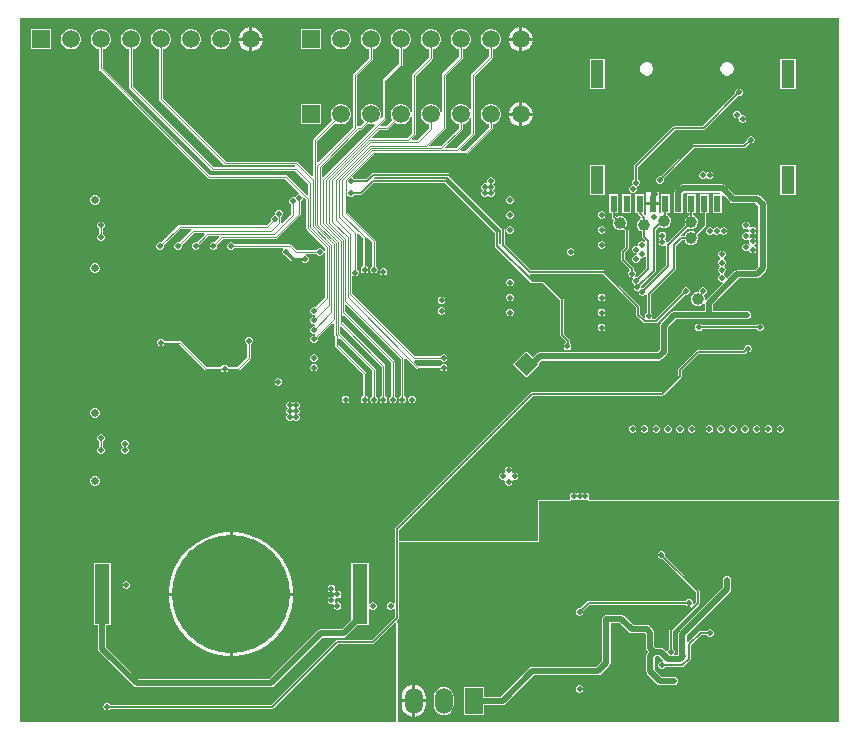
<source format=gbr>
%TF.GenerationSoftware,Altium Limited,Altium Designer,22.2.1 (43)*%
G04 Layer_Physical_Order=4*
G04 Layer_Color=16776960*
%FSLAX26Y26*%
%MOIN*%
%TF.SameCoordinates,FBDAFD36-F916-462A-90D8-3015B88DE517*%
%TF.FilePolarity,Positive*%
%TF.FileFunction,Copper,L4,Bot,Signal*%
%TF.Part,Single*%
G01*
G75*
%TA.AperFunction,SMDPad,CuDef*%
%ADD11C,0.039370*%
%TA.AperFunction,Conductor*%
%ADD61C,0.010000*%
%ADD62C,0.005000*%
%ADD64C,0.020000*%
%ADD69C,0.004230*%
%TA.AperFunction,ComponentPad*%
%ADD79C,0.059055*%
%ADD80R,0.059055X0.059055*%
%ADD81R,0.059055X0.086614*%
%ADD82O,0.059055X0.086614*%
%ADD83C,0.025591*%
%TA.AperFunction,ViaPad*%
%ADD84C,0.018110*%
%TA.AperFunction,ConnectorPad*%
%ADD87R,0.024409X0.055118*%
%ADD88R,0.043307X0.094488*%
%TA.AperFunction,SMDPad,CuDef*%
%ADD89R,0.050000X0.200000*%
%ADD90C,0.393701*%
G36*
X3720472Y2362205D02*
X2887030D01*
X2884659Y2366905D01*
X2886570Y2371519D01*
Y2376514D01*
X2884659Y2381128D01*
X2881127Y2384660D01*
X2876513Y2386572D01*
X2871518D01*
X2866903Y2384660D01*
X2864173Y2381929D01*
X2861442Y2384660D01*
X2856828Y2386572D01*
X2851833D01*
X2847218Y2384660D01*
X2844488Y2381930D01*
X2841757Y2384660D01*
X2837143Y2386572D01*
X2832148D01*
X2827533Y2384660D01*
X2824001Y2381128D01*
X2822090Y2376514D01*
Y2371519D01*
X2824001Y2366905D01*
X2821630Y2362205D01*
X2716535D01*
Y2224409D01*
X2251958D01*
Y2262497D01*
X2699502Y2710041D01*
X3130897D01*
X3135489Y2711943D01*
X3192874Y2769328D01*
X3194776Y2773920D01*
Y2791891D01*
X3250722Y2847836D01*
X3403845D01*
X3408437Y2849738D01*
X3412863Y2854164D01*
X3413480Y2853908D01*
X3418475D01*
X3423090Y2855820D01*
X3426621Y2859352D01*
X3428533Y2863966D01*
Y2868961D01*
X3426621Y2873575D01*
X3423090Y2877107D01*
X3418475Y2879019D01*
X3413480D01*
X3408866Y2877107D01*
X3405334Y2873575D01*
X3403423Y2868961D01*
Y2863966D01*
X3399669Y2860825D01*
X3248032D01*
X3243439Y2858923D01*
X3183689Y2799173D01*
X3181787Y2794581D01*
Y2776610D01*
X3128207Y2723030D01*
X2696812D01*
X2692220Y2721128D01*
X2240872Y2269780D01*
X2238970Y2265187D01*
Y2017602D01*
X2238968Y2017601D01*
X2233970Y2016069D01*
X2231521Y2018518D01*
X2226907Y2020429D01*
X2221912D01*
X2217298Y2018518D01*
X2213766Y2014986D01*
X2211854Y2010371D01*
Y2005377D01*
X2213766Y2000762D01*
X2217298Y1997230D01*
X2221912Y1995319D01*
X2226907D01*
X2231521Y1997230D01*
X2233970Y1999679D01*
X2238968Y1998147D01*
X2238970Y1998146D01*
Y1972564D01*
X2162664Y1896258D01*
X2047244D01*
X2042652Y1894356D01*
X1828019Y1679723D01*
X1290427D01*
X1290171Y1680340D01*
X1286639Y1683872D01*
X1282025Y1685783D01*
X1277030D01*
X1272416Y1683872D01*
X1268884Y1680340D01*
X1266973Y1675726D01*
Y1670731D01*
X1268884Y1666116D01*
X1272416Y1662585D01*
X1277030Y1660673D01*
X1282025D01*
X1286639Y1662585D01*
X1290171Y1666116D01*
X1290427Y1666734D01*
X1830709D01*
X1835301Y1668636D01*
X2049934Y1883269D01*
X2165354D01*
X2169947Y1885172D01*
X2239475Y1954700D01*
X2244094Y1952786D01*
Y1620801D01*
X990879D01*
Y3969751D01*
X3720472D01*
Y2362205D01*
D02*
G37*
G36*
X2883648Y2360498D02*
X2884115Y2360096D01*
X2884352Y2359526D01*
X2885172Y2359186D01*
X2885845Y2358606D01*
X2886460Y2358652D01*
X2887030Y2358416D01*
X3720472D01*
Y1620801D01*
X2247883D01*
Y1952786D01*
X2247594Y1953483D01*
Y1954236D01*
X2247062Y1954769D01*
X2246773Y1955465D01*
X2245811Y1958372D01*
X2246201Y1961426D01*
X2250056Y1965281D01*
X2251958Y1969873D01*
Y2220621D01*
X2716535D01*
X2719214Y2221731D01*
X2720324Y2224409D01*
Y2358416D01*
X2821630D01*
X2822200Y2358652D01*
X2822815Y2358606D01*
X2823488Y2359186D01*
X2824309Y2359526D01*
X2824545Y2360096D01*
X2825012Y2360498D01*
X2825874Y2362205D01*
X2830353D01*
X2832148Y2361461D01*
X2837143D01*
X2838937Y2362205D01*
X2850038D01*
X2851833Y2361461D01*
X2856828D01*
X2858622Y2362205D01*
X2869723D01*
X2871518Y2361461D01*
X2876513D01*
X2878307Y2362205D01*
X2882787D01*
X2883648Y2360498D01*
D02*
G37*
%LPC*%
G36*
X2663472Y3937165D02*
X2663268D01*
Y3902637D01*
X2697796D01*
Y3902841D01*
X2695102Y3912895D01*
X2689898Y3921908D01*
X2682539Y3929267D01*
X2673525Y3934471D01*
X2663472Y3937165D01*
D02*
G37*
G36*
X2653268D02*
X2653064D01*
X2643011Y3934471D01*
X2633998Y3929267D01*
X2626638Y3921908D01*
X2621434Y3912895D01*
X2618741Y3902841D01*
Y3902637D01*
X2653268D01*
Y3937165D01*
D02*
G37*
G36*
X1763472D02*
X1763268D01*
Y3902637D01*
X1797796D01*
Y3902841D01*
X1795102Y3912895D01*
X1789898Y3921908D01*
X1782539Y3929267D01*
X1773525Y3934471D01*
X1763472Y3937165D01*
D02*
G37*
G36*
X1753268D02*
X1753064D01*
X1743011Y3934471D01*
X1733998Y3929267D01*
X1726638Y3921908D01*
X1721435Y3912895D01*
X1718741Y3902841D01*
Y3902637D01*
X1753268D01*
Y3937165D01*
D02*
G37*
G36*
X1662616Y3930665D02*
X1653920D01*
X1645520Y3928415D01*
X1637988Y3924066D01*
X1631839Y3917917D01*
X1627491Y3910386D01*
X1625240Y3901986D01*
Y3893290D01*
X1627491Y3884890D01*
X1631839Y3877358D01*
X1637988Y3871209D01*
X1645520Y3866861D01*
X1653920Y3864610D01*
X1662616D01*
X1671016Y3866861D01*
X1678547Y3871209D01*
X1684697Y3877358D01*
X1689045Y3884890D01*
X1691295Y3893290D01*
Y3901986D01*
X1689045Y3910386D01*
X1684697Y3917917D01*
X1678547Y3924066D01*
X1671016Y3928415D01*
X1662616Y3930665D01*
D02*
G37*
G36*
X1562617D02*
X1553920D01*
X1545520Y3928415D01*
X1537989Y3924066D01*
X1531840Y3917917D01*
X1527492Y3910386D01*
X1525241Y3901986D01*
Y3893290D01*
X1527492Y3884890D01*
X1531840Y3877358D01*
X1537989Y3871209D01*
X1545520Y3866861D01*
X1553920Y3864610D01*
X1562617D01*
X1571016Y3866861D01*
X1578548Y3871209D01*
X1584697Y3877358D01*
X1589045Y3884890D01*
X1591296Y3893290D01*
Y3901986D01*
X1589045Y3910386D01*
X1584697Y3917917D01*
X1578548Y3924066D01*
X1571016Y3928415D01*
X1562617Y3930665D01*
D02*
G37*
G36*
X1091295D02*
X1025241D01*
Y3864610D01*
X1091295D01*
Y3930665D01*
D02*
G37*
G36*
X2062616Y3930665D02*
X2053920D01*
X2045520Y3928414D01*
X2037989Y3924066D01*
X2031840Y3917917D01*
X2027491Y3910386D01*
X2025241Y3901986D01*
Y3893289D01*
X2027491Y3884890D01*
X2031840Y3877358D01*
X2037989Y3871209D01*
X2045520Y3866861D01*
X2053920Y3864610D01*
X2062616D01*
X2071016Y3866861D01*
X2078548Y3871209D01*
X2084697Y3877358D01*
X2089045Y3884890D01*
X2091296Y3893289D01*
Y3901986D01*
X2089045Y3910386D01*
X2084697Y3917917D01*
X2078548Y3924066D01*
X2071016Y3928414D01*
X2062616Y3930665D01*
D02*
G37*
G36*
X1162616D02*
X1153920D01*
X1145520Y3928414D01*
X1137989Y3924066D01*
X1131839Y3917917D01*
X1127491Y3910386D01*
X1125241Y3901986D01*
Y3893289D01*
X1127491Y3884890D01*
X1131839Y3877358D01*
X1137989Y3871209D01*
X1145520Y3866861D01*
X1153920Y3864610D01*
X1162616D01*
X1171016Y3866861D01*
X1178547Y3871209D01*
X1184697Y3877358D01*
X1189045Y3884890D01*
X1191295Y3893289D01*
Y3901986D01*
X1189045Y3910386D01*
X1184697Y3917917D01*
X1178547Y3924066D01*
X1171016Y3928414D01*
X1162616Y3930665D01*
D02*
G37*
G36*
X1991296Y3930665D02*
X1925241D01*
Y3864610D01*
X1991296D01*
Y3930665D01*
D02*
G37*
G36*
X2697796Y3892637D02*
X2663268D01*
Y3858110D01*
X2663472D01*
X2673525Y3860804D01*
X2682539Y3866008D01*
X2689898Y3873367D01*
X2695102Y3882380D01*
X2697796Y3892434D01*
Y3892637D01*
D02*
G37*
G36*
X2653268D02*
X2618741D01*
Y3892434D01*
X2621434Y3882380D01*
X2626638Y3873367D01*
X2633998Y3866008D01*
X2643011Y3860804D01*
X2653064Y3858110D01*
X2653268D01*
Y3892637D01*
D02*
G37*
G36*
X1797796D02*
X1763268D01*
Y3858110D01*
X1763472D01*
X1773525Y3860804D01*
X1782539Y3866008D01*
X1789898Y3873367D01*
X1795102Y3882380D01*
X1797796Y3892434D01*
Y3892637D01*
D02*
G37*
G36*
X1753268D02*
X1718741D01*
Y3892434D01*
X1721435Y3882380D01*
X1726638Y3873367D01*
X1733998Y3866008D01*
X1743011Y3860804D01*
X1753064Y3858110D01*
X1753268D01*
Y3892637D01*
D02*
G37*
G36*
X3350873Y3821413D02*
X3342041D01*
X3333881Y3818034D01*
X3327636Y3811788D01*
X3324256Y3803629D01*
Y3794797D01*
X3327636Y3786637D01*
X3333881Y3780392D01*
X3342041Y3777012D01*
X3350873D01*
X3359032Y3780392D01*
X3365278Y3786637D01*
X3368657Y3794797D01*
Y3803629D01*
X3365278Y3811788D01*
X3359032Y3818034D01*
X3350873Y3821413D01*
D02*
G37*
G36*
X3083156D02*
X3074324D01*
X3066164Y3818034D01*
X3059919Y3811788D01*
X3056539Y3803629D01*
Y3794797D01*
X3059919Y3786637D01*
X3066164Y3780392D01*
X3074324Y3777012D01*
X3083156D01*
X3091316Y3780392D01*
X3097561Y3786637D01*
X3100941Y3794797D01*
Y3803629D01*
X3097561Y3811788D01*
X3091316Y3818034D01*
X3083156Y3821413D01*
D02*
G37*
G36*
X3574366Y3833421D02*
X3524059D01*
Y3731933D01*
X3574366D01*
Y3833421D01*
D02*
G37*
G36*
X2938539D02*
X2888232D01*
Y3731933D01*
X2938539D01*
Y3833421D01*
D02*
G37*
G36*
X3388324Y3733028D02*
X3383329D01*
X3378715Y3731116D01*
X3375183Y3727584D01*
X3373272Y3722970D01*
Y3717975D01*
X3373528Y3717358D01*
X3265027Y3608857D01*
X3169291D01*
X3164699Y3606954D01*
X3038267Y3480522D01*
X3036365Y3475930D01*
Y3431107D01*
X3035747Y3430851D01*
X3032215Y3427320D01*
X3030304Y3422705D01*
Y3417710D01*
X3031260Y3415402D01*
X3030034Y3411183D01*
X3028547Y3409881D01*
X3025192Y3408491D01*
X3021660Y3404959D01*
X3019749Y3400345D01*
Y3395350D01*
X3021660Y3390735D01*
X3025192Y3387204D01*
X3029807Y3385292D01*
X3034801D01*
X3039416Y3387204D01*
X3042948Y3390735D01*
X3044859Y3395350D01*
Y3400345D01*
X3043903Y3402653D01*
X3045130Y3406871D01*
X3046616Y3408174D01*
X3049971Y3409564D01*
X3053503Y3413096D01*
X3055414Y3417710D01*
Y3422705D01*
X3053503Y3427320D01*
X3049971Y3430851D01*
X3049354Y3431107D01*
Y3473240D01*
X3171981Y3595868D01*
X3267717D01*
X3272309Y3597770D01*
X3382712Y3708173D01*
X3383329Y3707917D01*
X3388324D01*
X3392939Y3709829D01*
X3396470Y3713360D01*
X3398382Y3717975D01*
Y3722970D01*
X3396470Y3727584D01*
X3392939Y3731116D01*
X3388324Y3733028D01*
D02*
G37*
G36*
X2663472Y3687165D02*
X2663268D01*
Y3652637D01*
X2697796D01*
Y3652841D01*
X2695102Y3662895D01*
X2689898Y3671908D01*
X2682539Y3679267D01*
X2673525Y3684471D01*
X2663472Y3687165D01*
D02*
G37*
G36*
X2653268D02*
X2653064D01*
X2643011Y3684471D01*
X2633998Y3679267D01*
X2626638Y3671908D01*
X2621434Y3662895D01*
X2618741Y3652841D01*
Y3652637D01*
X2653268D01*
Y3687165D01*
D02*
G37*
G36*
X3382322Y3659570D02*
X3377327D01*
X3372713Y3657659D01*
X3369181Y3654127D01*
X3367270Y3649513D01*
Y3644518D01*
X3369181Y3639903D01*
X3372713Y3636372D01*
X3377327Y3634460D01*
X3380521D01*
X3382404Y3634336D01*
X3385141Y3630216D01*
Y3629162D01*
X3387052Y3624547D01*
X3390584Y3621015D01*
X3395199Y3619104D01*
X3400193D01*
X3404808Y3621015D01*
X3408340Y3624547D01*
X3410251Y3629162D01*
Y3634157D01*
X3408340Y3638771D01*
X3404808Y3642303D01*
X3400193Y3644214D01*
X3396999D01*
X3395117Y3644338D01*
X3392380Y3648459D01*
Y3649513D01*
X3390468Y3654127D01*
X3386937Y3657659D01*
X3382322Y3659570D01*
D02*
G37*
G36*
X1991296Y3680665D02*
X1925241D01*
Y3614610D01*
X1991296D01*
Y3680665D01*
D02*
G37*
G36*
X2697796Y3642637D02*
X2663268D01*
Y3608110D01*
X2663472D01*
X2673525Y3610804D01*
X2682539Y3616008D01*
X2689898Y3623367D01*
X2695102Y3632380D01*
X2697796Y3642434D01*
Y3642637D01*
D02*
G37*
G36*
X2653268D02*
X2618741D01*
Y3642434D01*
X2621434Y3632380D01*
X2626638Y3623367D01*
X2633998Y3616008D01*
X2643011Y3610804D01*
X2653064Y3608110D01*
X2653268D01*
Y3642637D01*
D02*
G37*
G36*
X3427694Y3575547D02*
X3422700D01*
X3418085Y3573636D01*
X3414553Y3570104D01*
X3412642Y3565490D01*
Y3560495D01*
X3412898Y3559877D01*
X3400306Y3547286D01*
X3233451D01*
X3228858Y3545383D01*
X3124957Y3441482D01*
X3124339Y3441738D01*
X3119344D01*
X3114730Y3439826D01*
X3111198Y3436294D01*
X3109287Y3431680D01*
Y3426685D01*
X3111198Y3422070D01*
X3114730Y3418539D01*
X3119344Y3416627D01*
X3124339D01*
X3128954Y3418539D01*
X3132485Y3422070D01*
X3134397Y3426685D01*
Y3431680D01*
X3134141Y3432297D01*
X3236141Y3534297D01*
X3402996D01*
X3407588Y3536199D01*
X3422082Y3550693D01*
X3422700Y3550437D01*
X3427694D01*
X3432309Y3552348D01*
X3435841Y3555880D01*
X3437752Y3560495D01*
Y3565490D01*
X3435841Y3570104D01*
X3432309Y3573636D01*
X3427694Y3575547D01*
D02*
G37*
G36*
X1462616Y3930665D02*
X1453920D01*
X1445520Y3928414D01*
X1437989Y3924066D01*
X1431840Y3917917D01*
X1427492Y3910386D01*
X1425241Y3901986D01*
Y3893290D01*
X1427492Y3884890D01*
X1431840Y3877358D01*
X1437989Y3871209D01*
X1445520Y3866861D01*
X1452191Y3865074D01*
Y3699212D01*
X1453971Y3694915D01*
X1668931Y3479954D01*
X1673228Y3478174D01*
X1905458D01*
X1907433Y3475627D01*
X1905184Y3470644D01*
X1636376D01*
X1364345Y3742675D01*
Y3865074D01*
X1371016Y3866861D01*
X1378547Y3871209D01*
X1384696Y3877358D01*
X1389044Y3884890D01*
X1391295Y3893290D01*
Y3901986D01*
X1389044Y3910386D01*
X1384696Y3917917D01*
X1378547Y3924066D01*
X1371016Y3928414D01*
X1362616Y3930665D01*
X1353919D01*
X1345520Y3928414D01*
X1337988Y3924066D01*
X1331839Y3917917D01*
X1327491Y3910386D01*
X1325240Y3901986D01*
Y3893290D01*
X1327491Y3884890D01*
X1331839Y3877358D01*
X1337988Y3871209D01*
X1345520Y3866861D01*
X1352190Y3865074D01*
Y3740157D01*
X1353970Y3735860D01*
X1629561Y3460269D01*
X1633858Y3458489D01*
X1907432D01*
X1950619Y3415303D01*
Y3380296D01*
X1946000Y3378382D01*
X1880967Y3443415D01*
X1876669Y3445195D01*
X1622455D01*
X1264346Y3803304D01*
Y3865074D01*
X1271016Y3866861D01*
X1278548Y3871209D01*
X1284697Y3877358D01*
X1289045Y3884890D01*
X1291296Y3893290D01*
Y3901986D01*
X1289045Y3910386D01*
X1284697Y3917917D01*
X1278548Y3924066D01*
X1271016Y3928414D01*
X1262616Y3930665D01*
X1253920D01*
X1245520Y3928414D01*
X1237989Y3924066D01*
X1231840Y3917917D01*
X1227492Y3910386D01*
X1225241Y3901986D01*
Y3893290D01*
X1227492Y3884890D01*
X1231840Y3877358D01*
X1237989Y3871209D01*
X1245520Y3866861D01*
X1252191Y3865074D01*
Y3800787D01*
X1253971Y3796490D01*
X1615640Y3434820D01*
X1619938Y3433040D01*
X1874152D01*
X1920338Y3386854D01*
X1918267Y3381854D01*
X1916794D01*
X1912179Y3379942D01*
X1908648Y3376411D01*
X1906736Y3371796D01*
X1902104Y3371008D01*
X1897109D01*
X1892495Y3369096D01*
X1888963Y3365565D01*
X1887052Y3360950D01*
Y3355955D01*
X1888963Y3351341D01*
X1892495Y3347809D01*
X1893529Y3347381D01*
Y3315617D01*
X1864205Y3286293D01*
X1859205Y3288364D01*
Y3305857D01*
X1860239Y3306285D01*
X1863771Y3309817D01*
X1865683Y3314432D01*
Y3319426D01*
X1863771Y3324041D01*
X1860239Y3327573D01*
X1855625Y3329484D01*
X1850630D01*
X1846016Y3327573D01*
X1842484Y3324041D01*
X1840572Y3319426D01*
Y3314432D01*
X1837079Y3309799D01*
X1835900D01*
X1831286Y3307888D01*
X1827754Y3304356D01*
X1825843Y3299741D01*
Y3294747D01*
X1826271Y3293712D01*
X1811649Y3279090D01*
X1521044D01*
X1516747Y3277310D01*
X1460225Y3220788D01*
X1459190Y3221216D01*
X1454196D01*
X1449581Y3219305D01*
X1446049Y3215773D01*
X1444138Y3211159D01*
Y3206164D01*
X1446049Y3201550D01*
X1449581Y3198018D01*
X1454196Y3196106D01*
X1459190D01*
X1463805Y3198018D01*
X1467337Y3201550D01*
X1469248Y3206164D01*
Y3211159D01*
X1468820Y3212193D01*
X1523562Y3266935D01*
X1558356D01*
X1560427Y3261935D01*
X1519280Y3220788D01*
X1518245Y3221216D01*
X1513251D01*
X1508636Y3219305D01*
X1505104Y3215773D01*
X1503193Y3211159D01*
Y3206164D01*
X1505104Y3201550D01*
X1508636Y3198018D01*
X1513251Y3196106D01*
X1518245D01*
X1522860Y3198018D01*
X1526392Y3201550D01*
X1528303Y3206164D01*
Y3211159D01*
X1527875Y3212193D01*
X1569044Y3253362D01*
X1603838D01*
X1605909Y3248362D01*
X1578335Y3220788D01*
X1577301Y3221216D01*
X1572306D01*
X1567691Y3219305D01*
X1564160Y3215773D01*
X1562248Y3211159D01*
Y3206164D01*
X1564160Y3201550D01*
X1567691Y3198018D01*
X1572306Y3196106D01*
X1577301D01*
X1581915Y3198018D01*
X1585447Y3201550D01*
X1587358Y3206164D01*
Y3211159D01*
X1586930Y3212193D01*
X1616691Y3241954D01*
X1651485D01*
X1653556Y3236954D01*
X1637390Y3220788D01*
X1636356Y3221216D01*
X1631361D01*
X1626746Y3219305D01*
X1623215Y3215773D01*
X1621303Y3211159D01*
Y3206164D01*
X1623215Y3201550D01*
X1626746Y3198018D01*
X1631361Y3196106D01*
X1636356D01*
X1640970Y3198018D01*
X1644502Y3201550D01*
X1646414Y3206164D01*
Y3211159D01*
X1645985Y3212193D01*
X1664935Y3231143D01*
X1841262D01*
X1845559Y3232923D01*
X1923589Y3310953D01*
X1925369Y3315250D01*
Y3358227D01*
X1926403Y3358655D01*
X1929935Y3362187D01*
X1931846Y3366801D01*
Y3368275D01*
X1936846Y3370346D01*
X1942889Y3364303D01*
Y3267569D01*
X1944669Y3263271D01*
X2005321Y3202620D01*
Y3193491D01*
X2000321Y3192497D01*
X1998833Y3196088D01*
X1995301Y3199620D01*
X1990687Y3201532D01*
X1985692D01*
X1981077Y3199620D01*
X1977545Y3196088D01*
X1977117Y3195054D01*
X1911966D01*
X1894061Y3212959D01*
X1889764Y3214739D01*
X1703986D01*
X1703557Y3215773D01*
X1700025Y3219305D01*
X1695411Y3221216D01*
X1690416D01*
X1685802Y3219305D01*
X1682270Y3215773D01*
X1680358Y3211159D01*
Y3206164D01*
X1682270Y3201550D01*
X1685802Y3198018D01*
X1690416Y3196106D01*
X1695411D01*
X1700025Y3198018D01*
X1703557Y3201550D01*
X1703986Y3202584D01*
X1865006D01*
X1867077Y3197584D01*
X1866177Y3196684D01*
X1864266Y3192069D01*
Y3187075D01*
X1866177Y3182460D01*
X1869709Y3178928D01*
X1874324Y3177017D01*
X1877120D01*
X1894260Y3159877D01*
X1897072Y3157998D01*
X1900388Y3157338D01*
X1929888D01*
X1931865Y3155361D01*
X1936479Y3153450D01*
X1941474D01*
X1946089Y3155361D01*
X1949620Y3158893D01*
X1951532Y3163508D01*
Y3168502D01*
X1949620Y3173117D01*
X1946089Y3176649D01*
X1943071Y3177899D01*
X1944065Y3182899D01*
X1977117D01*
X1977545Y3181865D01*
X1981077Y3178333D01*
X1985692Y3176421D01*
X1990687D01*
X1995301Y3178333D01*
X1998833Y3181865D01*
X2000321Y3185456D01*
X2005321Y3184462D01*
Y3037538D01*
X1972035Y3004253D01*
X1971001Y3004681D01*
X1966006D01*
X1961392Y3002770D01*
X1957860Y2999238D01*
X1955948Y2994623D01*
Y2989629D01*
X1957860Y2985014D01*
X1961392Y2981482D01*
X1966006Y2979571D01*
X1970346D01*
X1971669Y2977842D01*
X1972786Y2974952D01*
X1971001Y2973185D01*
X1966006D01*
X1961392Y2971274D01*
X1957860Y2967742D01*
X1955948Y2963128D01*
Y2958133D01*
X1957860Y2953518D01*
X1961392Y2949986D01*
X1966006Y2948075D01*
X1970356D01*
X1971659Y2946379D01*
X1972793Y2943456D01*
X1971001Y2941689D01*
X1966006D01*
X1961392Y2939778D01*
X1957860Y2936246D01*
X1955949Y2931631D01*
Y2926637D01*
X1957860Y2922022D01*
X1961392Y2918490D01*
X1966006Y2916579D01*
X1970344D01*
X1971671Y2914844D01*
X1972785Y2911959D01*
X1971001Y2910193D01*
X1966006D01*
X1961392Y2908282D01*
X1957860Y2904750D01*
X1955948Y2900135D01*
Y2895141D01*
X1957860Y2890526D01*
X1961392Y2886994D01*
X1966006Y2885083D01*
X1971001D01*
X1975615Y2886994D01*
X1979147Y2890526D01*
X1981059Y2895141D01*
Y2900135D01*
X1980630Y2901170D01*
X2031621Y2952161D01*
X2036241Y2950247D01*
Y2912552D01*
X2038021Y2908255D01*
X2038361Y2907915D01*
Y2876822D01*
X2040141Y2872524D01*
X2131718Y2780948D01*
Y2707922D01*
X2130683Y2707494D01*
X2127151Y2703962D01*
X2125240Y2699347D01*
Y2694353D01*
X2127151Y2689738D01*
X2130683Y2686206D01*
X2135298Y2684295D01*
X2140293D01*
X2144907Y2686206D01*
X2148439Y2689738D01*
X2150350Y2694353D01*
Y2699347D01*
X2148439Y2703962D01*
X2144907Y2707494D01*
X2143873Y2707922D01*
Y2783465D01*
X2142093Y2787762D01*
X2050516Y2879339D01*
Y2900159D01*
X2055135Y2902072D01*
X2163214Y2793994D01*
Y2707923D01*
X2162180Y2707494D01*
X2158648Y2703962D01*
X2156736Y2699348D01*
Y2694353D01*
X2158648Y2689739D01*
X2162180Y2686207D01*
X2166794Y2684295D01*
X2171789D01*
X2176403Y2686207D01*
X2179935Y2689739D01*
X2181847Y2694353D01*
Y2699348D01*
X2179935Y2703962D01*
X2176403Y2707494D01*
X2175369Y2707923D01*
Y2796511D01*
X2173589Y2800809D01*
X2056126Y2918272D01*
Y2939090D01*
X2060745Y2941004D01*
X2194710Y2807040D01*
Y2707922D01*
X2193675Y2707494D01*
X2190144Y2703962D01*
X2188232Y2699347D01*
Y2694353D01*
X2190144Y2689738D01*
X2193675Y2686206D01*
X2198290Y2684295D01*
X2203285D01*
X2207899Y2686206D01*
X2211431Y2689738D01*
X2213342Y2694353D01*
Y2699347D01*
X2211431Y2703962D01*
X2207899Y2707494D01*
X2206865Y2707922D01*
Y2809557D01*
X2205085Y2813854D01*
X2063856Y2955083D01*
Y2975903D01*
X2068475Y2977816D01*
X2226206Y2820086D01*
Y2707922D01*
X2225171Y2707494D01*
X2221640Y2703962D01*
X2219728Y2699348D01*
Y2694353D01*
X2221640Y2689738D01*
X2225171Y2686206D01*
X2229786Y2684295D01*
X2234781D01*
X2239395Y2686206D01*
X2242927Y2689738D01*
X2244838Y2694353D01*
Y2699348D01*
X2242927Y2703962D01*
X2239395Y2707494D01*
X2238361Y2707922D01*
Y2822603D01*
X2236581Y2826901D01*
X2071586Y2991896D01*
Y3012715D01*
X2076205Y3014629D01*
X2257702Y2833132D01*
Y2707923D01*
X2256668Y2707494D01*
X2253136Y2703962D01*
X2251224Y2699348D01*
Y2694353D01*
X2253136Y2689738D01*
X2256668Y2686207D01*
X2261282Y2684295D01*
X2266277D01*
X2270891Y2686207D01*
X2274423Y2689738D01*
X2276335Y2694353D01*
Y2699348D01*
X2274423Y2703962D01*
X2270891Y2707494D01*
X2269857Y2707923D01*
Y2832587D01*
X2274857Y2834658D01*
X2310663Y2798853D01*
X2314960Y2797073D01*
X2390503D01*
X2390931Y2796038D01*
X2394463Y2792506D01*
X2399077Y2790595D01*
X2404072D01*
X2408687Y2792506D01*
X2412219Y2796038D01*
X2414130Y2800653D01*
Y2805648D01*
X2412219Y2810262D01*
X2408687Y2813794D01*
X2404072Y2815705D01*
X2399077D01*
X2394463Y2813794D01*
X2390931Y2810262D01*
X2390503Y2809228D01*
X2317477D01*
X2303128Y2823577D01*
X2305208Y2828568D01*
X2390503D01*
X2390932Y2827534D01*
X2394463Y2824002D01*
X2399078Y2822091D01*
X2404073D01*
X2408687Y2824002D01*
X2412219Y2827534D01*
X2414130Y2832148D01*
Y2837143D01*
X2412219Y2841758D01*
X2408687Y2845290D01*
X2404073Y2847201D01*
X2399078D01*
X2394463Y2845290D01*
X2390932Y2841758D01*
X2390503Y2840724D01*
X2305667D01*
X2094776Y3051614D01*
Y3106775D01*
X2097143Y3108203D01*
X2099776Y3109191D01*
X2103802Y3107524D01*
X2108797D01*
X2113411Y3109435D01*
X2116943Y3112967D01*
X2118854Y3117581D01*
Y3122576D01*
X2116943Y3127191D01*
X2113411Y3130722D01*
X2112377Y3131151D01*
Y3247984D01*
X2117377Y3250055D01*
X2131717Y3235715D01*
Y3140994D01*
X2130683Y3140565D01*
X2127151Y3137033D01*
X2125240Y3132419D01*
Y3127424D01*
X2127151Y3122809D01*
X2130683Y3119278D01*
X2135298Y3117366D01*
X2140292D01*
X2144907Y3119278D01*
X2148439Y3122809D01*
X2150350Y3127424D01*
Y3132419D01*
X2148439Y3137033D01*
X2144907Y3140565D01*
X2143872Y3140994D01*
Y3234162D01*
X2148872Y3236233D01*
X2163214Y3221892D01*
Y3140994D01*
X2162179Y3140566D01*
X2158648Y3137034D01*
X2156736Y3132419D01*
Y3127424D01*
X2158648Y3122810D01*
X2162179Y3119278D01*
X2166794Y3117367D01*
X2171789D01*
X2176403Y3119278D01*
X2179935Y3122810D01*
X2181846Y3127424D01*
Y3132419D01*
X2179935Y3137034D01*
X2176403Y3140566D01*
X2175369Y3140994D01*
Y3224410D01*
X2173589Y3228707D01*
X2080417Y3321879D01*
Y3373945D01*
X2085417Y3376016D01*
X2086250Y3375183D01*
X2090864Y3373272D01*
X2095859D01*
X2100473Y3375183D01*
X2104005Y3378715D01*
X2104261Y3379332D01*
X2125984D01*
X2130577Y3381235D01*
X2168044Y3418702D01*
X2406119D01*
X2572246Y3252575D01*
Y3210142D01*
X2574148Y3205550D01*
X2693738Y3085959D01*
X2698331Y3084057D01*
X2733430D01*
X2788781Y3028705D01*
Y2913386D01*
X2790683Y2908794D01*
X2808466Y2891011D01*
Y2885486D01*
X2806742Y2884772D01*
X2803211Y2881240D01*
X2801299Y2876625D01*
Y2871631D01*
X2803211Y2867016D01*
X2806742Y2863484D01*
X2811357Y2861573D01*
X2816352D01*
X2820966Y2863484D01*
X2824498Y2867016D01*
X2826409Y2871631D01*
Y2876625D01*
X2824498Y2881240D01*
X2821455Y2884283D01*
Y2893701D01*
X2819553Y2898293D01*
X2801770Y2916076D01*
Y3031395D01*
X2799868Y3035987D01*
X2740712Y3095143D01*
X2736120Y3097046D01*
X2701021D01*
X2688131Y3109935D01*
X2689555Y3113238D01*
X2690611Y3114527D01*
X2931988D01*
X3043538Y3002977D01*
Y2978533D01*
X3045440Y2973941D01*
X3066638Y2952743D01*
X3071231Y2950841D01*
X3109137D01*
X3113729Y2952743D01*
X3206892Y3045906D01*
X3207509Y3045650D01*
X3212504D01*
X3217119Y3047562D01*
X3220651Y3051093D01*
X3222562Y3055708D01*
Y3060703D01*
X3220651Y3065317D01*
X3217119Y3068849D01*
X3212504Y3070760D01*
X3207509D01*
X3202895Y3068849D01*
X3199363Y3065317D01*
X3197452Y3060703D01*
Y3055708D01*
X3197707Y3055090D01*
X3106447Y2963830D01*
X3097624D01*
X3096047Y2966772D01*
X3095321Y2968830D01*
X3097068Y2973048D01*
Y2978043D01*
X3095157Y2982657D01*
X3091625Y2986189D01*
X3091008Y2986445D01*
Y3045591D01*
X3172834Y3127417D01*
X3174737Y3132010D01*
Y3208150D01*
X3195233Y3228646D01*
X3204587D01*
X3207337Y3222007D01*
X3213859Y3215485D01*
X3222381Y3211955D01*
X3231604D01*
X3240126Y3215485D01*
X3246648Y3222007D01*
X3250178Y3230529D01*
Y3239752D01*
X3247428Y3246391D01*
X3275458Y3274422D01*
X3277360Y3279014D01*
Y3318547D01*
X3286571D01*
Y3380665D01*
X3255161D01*
Y3318547D01*
X3264372D01*
Y3281704D01*
X3238243Y3255575D01*
X3231604Y3258325D01*
X3222381D01*
X3213859Y3254796D01*
X3207337Y3248274D01*
X3204587Y3241635D01*
X3195747D01*
X3193676Y3246635D01*
X3216308Y3269267D01*
X3222947Y3266517D01*
X3232171D01*
X3240692Y3270047D01*
X3247214Y3276569D01*
X3250744Y3285090D01*
Y3294314D01*
X3247214Y3302835D01*
X3240692Y3309357D01*
X3234053Y3312107D01*
Y3318547D01*
X3243264D01*
Y3380665D01*
X3211854D01*
Y3318547D01*
X3221065D01*
Y3312107D01*
X3214426Y3309357D01*
X3207904Y3302835D01*
X3204374Y3294314D01*
Y3285090D01*
X3207124Y3278451D01*
X3148205Y3219532D01*
X3143205Y3221603D01*
Y3223845D01*
X3141293Y3228460D01*
X3140757Y3228996D01*
X3137991Y3232263D01*
X3140757Y3235529D01*
X3141293Y3236066D01*
X3143205Y3240680D01*
Y3245675D01*
X3141293Y3250289D01*
X3137762Y3253821D01*
X3133147Y3255733D01*
X3128152D01*
X3123538Y3253821D01*
X3120006Y3250289D01*
X3118095Y3245675D01*
Y3240680D01*
X3120006Y3236066D01*
X3120542Y3235529D01*
X3123308Y3232263D01*
X3120542Y3228996D01*
X3120006Y3228460D01*
X3118095Y3223845D01*
Y3218850D01*
X3120006Y3214236D01*
X3123538Y3210704D01*
X3128152Y3208793D01*
X3133147D01*
X3137762Y3210704D01*
X3138112Y3211055D01*
X3143112Y3208983D01*
Y3143839D01*
X3066690Y3067417D01*
X3066072Y3067673D01*
X3064760D01*
X3060962Y3068245D01*
X3060141Y3072293D01*
Y3073363D01*
X3059885Y3073981D01*
X3106782Y3120878D01*
X3108685Y3125470D01*
Y3261914D01*
X3121164Y3274394D01*
X3122300Y3273258D01*
X3130821Y3269728D01*
X3140045D01*
X3148566Y3273258D01*
X3155088Y3279780D01*
X3158618Y3288302D01*
Y3297525D01*
X3155088Y3306047D01*
X3148566Y3312569D01*
X3147439Y3313035D01*
Y3318547D01*
X3156650D01*
Y3380665D01*
X3125240D01*
Y3319224D01*
X3124843Y3318856D01*
X3122322Y3319510D01*
X3119843Y3321765D01*
Y3344606D01*
X3075433D01*
Y3317030D01*
X3075433Y3316373D01*
X3071027Y3312049D01*
X3067865Y3316267D01*
X3068810Y3318547D01*
X3070035D01*
Y3380665D01*
X3038626D01*
Y3318547D01*
X3047836D01*
Y3317309D01*
X3049738Y3312717D01*
X3057877Y3304578D01*
X3056902Y3299674D01*
X3055822Y3299227D01*
X3049300Y3292704D01*
X3045770Y3284183D01*
Y3274959D01*
X3049300Y3266438D01*
X3055822Y3259916D01*
X3062461Y3257166D01*
Y3239921D01*
X3064363Y3235329D01*
X3074381Y3225310D01*
X3074200Y3224696D01*
X3068582Y3223243D01*
X3063967Y3225154D01*
X3058973D01*
X3054358Y3223243D01*
X3050826Y3219711D01*
X3048915Y3215096D01*
Y3213145D01*
X3044992Y3209510D01*
X3044296Y3209405D01*
X3039884D01*
X3035269Y3207494D01*
X3031738Y3203962D01*
X3029826Y3199347D01*
Y3194353D01*
X3031738Y3189738D01*
X3035269Y3186206D01*
X3039884Y3184295D01*
X3043812D01*
X3044901Y3181532D01*
X3041455Y3177909D01*
X3039884D01*
X3035270Y3175998D01*
X3031738Y3172466D01*
X3029827Y3167851D01*
Y3162857D01*
X3031738Y3158242D01*
X3035270Y3154710D01*
X3039884Y3152799D01*
X3044879D01*
X3049494Y3154710D01*
X3053025Y3158242D01*
X3054937Y3162857D01*
Y3164807D01*
X3058860Y3168442D01*
X3059556Y3168547D01*
X3063967D01*
X3068582Y3170458D01*
X3072085Y3173961D01*
X3072256Y3173959D01*
X3077085Y3172925D01*
Y3135568D01*
X3046919Y3105402D01*
X3042314Y3105847D01*
X3039843Y3110122D01*
X3041506Y3114137D01*
Y3119132D01*
X3039595Y3123746D01*
X3036063Y3127278D01*
X3035445Y3127534D01*
Y3132466D01*
X3033543Y3137059D01*
X3006123Y3164479D01*
Y3187090D01*
X3016544Y3197510D01*
X3018446Y3202103D01*
Y3262221D01*
X3016543Y3266814D01*
X3010269Y3273088D01*
X3013019Y3279727D01*
Y3288951D01*
X3009489Y3297472D01*
X3002967Y3303994D01*
X2994446Y3307524D01*
X2985222D01*
X2978583Y3304774D01*
X2974211Y3309146D01*
Y3318547D01*
X2983421D01*
Y3380665D01*
X2952012D01*
Y3318547D01*
X2961222D01*
Y3306456D01*
X2963124Y3301864D01*
X2969399Y3295589D01*
X2966649Y3288951D01*
Y3279727D01*
X2970179Y3271206D01*
X2976701Y3264684D01*
X2985222Y3261154D01*
X2994446D01*
X3001084Y3263904D01*
X3005457Y3259531D01*
Y3204793D01*
X2995036Y3194372D01*
X2993134Y3189780D01*
Y3161789D01*
X2995036Y3157197D01*
X3020215Y3132017D01*
X3021839Y3127278D01*
X3018307Y3123746D01*
X3016396Y3119132D01*
Y3114137D01*
X3018307Y3109522D01*
X3021839Y3105990D01*
X3026454Y3104079D01*
X3029954D01*
X3032120Y3100547D01*
X3032462Y3099805D01*
X3032544Y3099460D01*
X3030730Y3095082D01*
Y3090087D01*
X3032642Y3085472D01*
X3036173Y3081941D01*
X3036317Y3076469D01*
X3035031Y3073363D01*
Y3068369D01*
X3036942Y3063754D01*
X3040474Y3060222D01*
X3045088Y3058311D01*
X3046401D01*
X3050199Y3057739D01*
X3051020Y3053692D01*
Y3052621D01*
X3052931Y3048006D01*
X3056463Y3044474D01*
X3061078Y3042563D01*
X3066072D01*
X3070687Y3044474D01*
X3073019Y3046806D01*
X3078019Y3045109D01*
Y2986445D01*
X3077401Y2986189D01*
X3073869Y2982657D01*
X3071958Y2978043D01*
Y2973048D01*
X3072089Y2972733D01*
X3067850Y2969900D01*
X3056527Y2981223D01*
Y3005667D01*
X3054625Y3010259D01*
X2939270Y3125614D01*
X2934678Y3127516D01*
X2692801D01*
X2604920Y3215397D01*
Y3264128D01*
X2603017Y3268721D01*
X2422264Y3449474D01*
X2417672Y3451376D01*
X2165354D01*
X2160762Y3449474D01*
X2142979Y3431691D01*
X2104261D01*
X2104005Y3432309D01*
X2100473Y3435841D01*
X2097779Y3436957D01*
X2096122Y3442371D01*
X2102465Y3448714D01*
X2102466Y3448715D01*
X2167791Y3514039D01*
X2476810D01*
X2481108Y3515820D01*
X2562566Y3597278D01*
X2564346Y3601576D01*
Y3615073D01*
X2571017Y3616861D01*
X2578548Y3621209D01*
X2584697Y3627358D01*
X2589045Y3634890D01*
X2591296Y3643289D01*
Y3651986D01*
X2589045Y3660386D01*
X2584697Y3667917D01*
X2578548Y3674066D01*
X2571017Y3678414D01*
X2562617Y3680665D01*
X2553920D01*
X2545521Y3678414D01*
X2537989Y3674066D01*
X2531840Y3667917D01*
X2527492Y3660386D01*
X2525241Y3651986D01*
Y3643289D01*
X2527492Y3634890D01*
X2531840Y3627358D01*
X2537989Y3621209D01*
X2545521Y3616861D01*
X2552191Y3615073D01*
Y3604093D01*
X2474293Y3526195D01*
X2458645D01*
X2456732Y3530814D01*
X2504298Y3578380D01*
X2506078Y3582677D01*
Y3777010D01*
X2562566Y3833499D01*
X2564346Y3837796D01*
Y3865073D01*
X2571017Y3866861D01*
X2578548Y3871209D01*
X2584697Y3877358D01*
X2589045Y3884889D01*
X2591296Y3893289D01*
Y3901986D01*
X2589045Y3910386D01*
X2584697Y3917917D01*
X2578548Y3924066D01*
X2571017Y3928414D01*
X2562617Y3930665D01*
X2553920D01*
X2545520Y3928414D01*
X2537989Y3924066D01*
X2531840Y3917917D01*
X2527492Y3910386D01*
X2525241Y3901986D01*
Y3893289D01*
X2527492Y3884889D01*
X2531840Y3877358D01*
X2537989Y3871209D01*
X2545520Y3866861D01*
X2552191Y3865073D01*
Y3840314D01*
X2495702Y3783825D01*
X2493922Y3779528D01*
Y3661503D01*
X2489045Y3660386D01*
X2484697Y3667917D01*
X2478548Y3674066D01*
X2471017Y3678414D01*
X2462617Y3680665D01*
X2453921D01*
X2445521Y3678414D01*
X2437989Y3674066D01*
X2431840Y3667917D01*
X2427492Y3660386D01*
X2425241Y3651986D01*
Y3643289D01*
X2427492Y3634890D01*
X2431840Y3627358D01*
X2437989Y3621209D01*
X2445521Y3616861D01*
X2452191Y3615074D01*
Y3602518D01*
X2391327Y3541655D01*
X2355995D01*
X2354082Y3546274D01*
X2405872Y3598065D01*
X2407652Y3602362D01*
Y3777010D01*
X2462566Y3831924D01*
X2464346Y3836221D01*
Y3865073D01*
X2471017Y3866861D01*
X2478548Y3871209D01*
X2484697Y3877358D01*
X2489045Y3884889D01*
X2491296Y3893289D01*
Y3901985D01*
X2489045Y3910385D01*
X2484697Y3917917D01*
X2478548Y3924066D01*
X2471017Y3928414D01*
X2462617Y3930665D01*
X2453920D01*
X2445520Y3928414D01*
X2437989Y3924066D01*
X2431840Y3917917D01*
X2427492Y3910385D01*
X2425241Y3901985D01*
Y3893289D01*
X2427492Y3884889D01*
X2431840Y3877358D01*
X2437989Y3871209D01*
X2445520Y3866861D01*
X2452191Y3865073D01*
Y3838739D01*
X2397277Y3783825D01*
X2395497Y3779528D01*
Y3655626D01*
X2390497Y3654968D01*
X2389045Y3660386D01*
X2384697Y3667917D01*
X2378548Y3674066D01*
X2371017Y3678414D01*
X2362617Y3680665D01*
X2353920D01*
X2345521Y3678414D01*
X2337989Y3674066D01*
X2331840Y3667917D01*
X2327492Y3660386D01*
X2325241Y3651986D01*
Y3643290D01*
X2327492Y3634890D01*
X2331840Y3627358D01*
X2337989Y3621209D01*
X2345521Y3616861D01*
X2352191Y3615074D01*
Y3600943D01*
X2312587Y3561340D01*
X2296940D01*
X2295027Y3565959D01*
X2307447Y3578380D01*
X2309227Y3582677D01*
Y3777010D01*
X2362566Y3830349D01*
X2364346Y3834646D01*
Y3865073D01*
X2371017Y3866861D01*
X2378548Y3871209D01*
X2384697Y3877358D01*
X2389045Y3884890D01*
X2391296Y3893289D01*
Y3901986D01*
X2389045Y3910386D01*
X2384697Y3917917D01*
X2378548Y3924066D01*
X2371017Y3928414D01*
X2362617Y3930665D01*
X2353920D01*
X2345520Y3928414D01*
X2337989Y3924066D01*
X2331840Y3917917D01*
X2327492Y3910386D01*
X2325241Y3901986D01*
Y3893289D01*
X2327492Y3884890D01*
X2331840Y3877358D01*
X2337989Y3871209D01*
X2345520Y3866861D01*
X2352191Y3865073D01*
Y3837164D01*
X2298852Y3783825D01*
X2297072Y3779528D01*
Y3585195D01*
X2280947Y3569070D01*
X2163763D01*
X2161850Y3573689D01*
X2184445Y3596285D01*
X2212993D01*
X2217291Y3598065D01*
X2239540Y3620314D01*
X2245521Y3616861D01*
X2253920Y3614610D01*
X2262617D01*
X2271017Y3616861D01*
X2278548Y3621209D01*
X2284697Y3627358D01*
X2289045Y3634890D01*
X2291296Y3643289D01*
Y3651986D01*
X2289045Y3660386D01*
X2284697Y3667917D01*
X2278548Y3674066D01*
X2271017Y3678414D01*
X2262617Y3680665D01*
X2253920D01*
X2245521Y3678414D01*
X2237989Y3674066D01*
X2231840Y3667917D01*
X2227492Y3660386D01*
X2225241Y3651986D01*
Y3643289D01*
X2227492Y3634890D01*
X2230945Y3628909D01*
X2210476Y3608440D01*
X2192202D01*
X2190288Y3613059D01*
X2209022Y3631793D01*
X2210802Y3636090D01*
Y3757325D01*
X2262566Y3809089D01*
X2264346Y3813386D01*
Y3865074D01*
X2271016Y3866861D01*
X2278548Y3871209D01*
X2284697Y3877358D01*
X2289045Y3884890D01*
X2291296Y3893289D01*
Y3901986D01*
X2289045Y3910386D01*
X2284697Y3917917D01*
X2278548Y3924066D01*
X2271016Y3928414D01*
X2262616Y3930665D01*
X2253920D01*
X2245520Y3928414D01*
X2237989Y3924066D01*
X2231840Y3917917D01*
X2227491Y3910386D01*
X2225241Y3901986D01*
Y3893289D01*
X2227491Y3884890D01*
X2231840Y3877358D01*
X2237989Y3871209D01*
X2245520Y3866861D01*
X2252191Y3865074D01*
Y3815904D01*
X2200427Y3764140D01*
X2198647Y3759843D01*
Y3638608D01*
X2193963Y3633924D01*
X2189480Y3636512D01*
X2191296Y3643289D01*
Y3651986D01*
X2189045Y3660385D01*
X2184697Y3667917D01*
X2178548Y3674066D01*
X2171017Y3678414D01*
X2162617Y3680665D01*
X2153920D01*
X2145521Y3678414D01*
X2137989Y3674066D01*
X2131840Y3667917D01*
X2127492Y3660385D01*
X2125241Y3651986D01*
Y3643289D01*
X2127492Y3634889D01*
X2131840Y3627358D01*
X2137113Y3622086D01*
X2123467Y3608440D01*
X2117231D01*
X2112377Y3611841D01*
Y3777010D01*
X2162566Y3827199D01*
X2164346Y3831497D01*
Y3865073D01*
X2171016Y3866861D01*
X2178548Y3871209D01*
X2184697Y3877358D01*
X2189045Y3884889D01*
X2191296Y3893289D01*
Y3901986D01*
X2189045Y3910386D01*
X2184697Y3917917D01*
X2178548Y3924066D01*
X2171016Y3928414D01*
X2162617Y3930665D01*
X2153920D01*
X2145520Y3928414D01*
X2137989Y3924066D01*
X2131840Y3917917D01*
X2127492Y3910386D01*
X2125241Y3901986D01*
Y3893289D01*
X2127492Y3884889D01*
X2131840Y3877358D01*
X2137989Y3871209D01*
X2145520Y3866861D01*
X2152191Y3865073D01*
Y3834014D01*
X2102002Y3783825D01*
X2100222Y3779528D01*
Y3604880D01*
X1982854Y3487512D01*
X1978234Y3489425D01*
Y3559008D01*
X2039540Y3620314D01*
X2045520Y3616861D01*
X2053920Y3614610D01*
X2062617D01*
X2071017Y3616861D01*
X2078548Y3621209D01*
X2084697Y3627358D01*
X2089045Y3634890D01*
X2091296Y3643289D01*
Y3651986D01*
X2089045Y3660386D01*
X2084697Y3667917D01*
X2078548Y3674066D01*
X2071017Y3678414D01*
X2062617Y3680665D01*
X2053920D01*
X2045520Y3678414D01*
X2037989Y3674066D01*
X2031840Y3667917D01*
X2027492Y3660386D01*
X2025241Y3651986D01*
Y3643289D01*
X2027492Y3634890D01*
X2030945Y3628909D01*
X1967859Y3565823D01*
X1966079Y3561526D01*
Y3442750D01*
X1961460Y3440836D01*
X1913746Y3488550D01*
X1909449Y3490330D01*
X1675746D01*
X1464346Y3701730D01*
Y3865074D01*
X1471016Y3866861D01*
X1478548Y3871209D01*
X1484697Y3877358D01*
X1489045Y3884890D01*
X1491296Y3893290D01*
Y3901986D01*
X1489045Y3910386D01*
X1484697Y3917917D01*
X1478548Y3924066D01*
X1471016Y3928414D01*
X1462616Y3930665D01*
D02*
G37*
G36*
X3268686Y3457176D02*
X3263692D01*
X3259077Y3455264D01*
X3255545Y3451732D01*
X3253634Y3447118D01*
Y3442123D01*
X3255545Y3437509D01*
X3259077Y3433977D01*
X3263692Y3432065D01*
X3268686D01*
X3273301Y3433977D01*
X3273576Y3434252D01*
X3277285Y3437059D01*
X3280109Y3434252D01*
X3280826Y3433535D01*
X3285440Y3431624D01*
X3290435D01*
X3295050Y3433535D01*
X3298581Y3437067D01*
X3300493Y3441681D01*
Y3446676D01*
X3298581Y3451291D01*
X3295050Y3454822D01*
X3290435Y3456734D01*
X3285440D01*
X3280826Y3454822D01*
X3280551Y3454547D01*
X3276842Y3451740D01*
X3274018Y3454547D01*
X3273301Y3455264D01*
X3268686Y3457176D01*
D02*
G37*
G36*
X2561553Y3437752D02*
X2556558D01*
X2551943Y3435840D01*
X2548412Y3432309D01*
X2546500Y3427694D01*
Y3422699D01*
X2547070Y3421324D01*
X2543243Y3417497D01*
X2541868Y3418067D01*
X2536873D01*
X2532258Y3416155D01*
X2528727Y3412624D01*
X2526815Y3408009D01*
Y3403014D01*
X2528727Y3398400D01*
X2531457Y3395669D01*
X2528726Y3392939D01*
X2526815Y3388324D01*
Y3383329D01*
X2528726Y3378715D01*
X2532258Y3375183D01*
X2536873Y3373272D01*
X2541867D01*
X2546482Y3375183D01*
X2549213Y3377914D01*
X2551943Y3375183D01*
X2556558Y3373272D01*
X2561552D01*
X2566167Y3375183D01*
X2569699Y3378715D01*
X2571610Y3383329D01*
Y3388324D01*
X2569699Y3392939D01*
X2566968Y3395669D01*
X2569699Y3398400D01*
X2571610Y3403014D01*
Y3408009D01*
X2569699Y3412624D01*
X2566968Y3415354D01*
X2569699Y3418085D01*
X2571610Y3422699D01*
Y3427694D01*
X2569699Y3432309D01*
X2566167Y3435840D01*
X2561553Y3437752D01*
D02*
G37*
G36*
X3574366Y3479091D02*
X3524059D01*
Y3377602D01*
X3574366D01*
Y3479091D01*
D02*
G37*
G36*
X2938539D02*
X2888232D01*
Y3377602D01*
X2938539D01*
Y3479091D01*
D02*
G37*
G36*
X3119843Y3387165D02*
X3102638D01*
Y3354606D01*
X3119843D01*
Y3387165D01*
D02*
G37*
G36*
X3092638D02*
X3075433D01*
Y3354606D01*
X3092638D01*
Y3387165D01*
D02*
G37*
G36*
X2625535Y3374956D02*
X2620540D01*
X2615925Y3373045D01*
X2612393Y3369513D01*
X2610482Y3364899D01*
Y3359904D01*
X2612393Y3355289D01*
X2615925Y3351758D01*
X2620540Y3349846D01*
X2625535D01*
X2630149Y3351758D01*
X2633681Y3355289D01*
X2635592Y3359904D01*
Y3364899D01*
X2633681Y3369513D01*
X2630149Y3373045D01*
X2625535Y3374956D01*
D02*
G37*
G36*
X1243399Y3378106D02*
X1236916D01*
X1230927Y3375626D01*
X1226343Y3371042D01*
X1223862Y3365052D01*
Y3358570D01*
X1226343Y3352581D01*
X1230927Y3347997D01*
X1236916Y3345516D01*
X1243399D01*
X1249388Y3347997D01*
X1253972Y3352581D01*
X1256453Y3358570D01*
Y3365052D01*
X1253972Y3371042D01*
X1249388Y3375626D01*
X1243399Y3378106D01*
D02*
G37*
G36*
X3026728Y3380665D02*
X2995319D01*
Y3318547D01*
X3026728D01*
Y3380665D01*
D02*
G37*
G36*
X2930642Y3324957D02*
X2925647D01*
X2921032Y3323045D01*
X2917500Y3319514D01*
X2915589Y3314899D01*
Y3309904D01*
X2917500Y3305290D01*
X2921032Y3301758D01*
X2925647Y3299847D01*
X2930642D01*
X2935256Y3301758D01*
X2938788Y3305290D01*
X2940699Y3309904D01*
Y3314899D01*
X2938788Y3319514D01*
X2935256Y3323045D01*
X2930642Y3324957D01*
D02*
G37*
G36*
X2625535Y3324956D02*
X2620540D01*
X2615925Y3323045D01*
X2612394Y3319513D01*
X2610482Y3314899D01*
Y3309904D01*
X2612394Y3305289D01*
X2615925Y3301758D01*
X2620540Y3299846D01*
X2625535D01*
X2630149Y3301758D01*
X2633681Y3305289D01*
X2635593Y3309904D01*
Y3314899D01*
X2633681Y3319513D01*
X2630149Y3323045D01*
X2625535Y3324956D01*
D02*
G37*
G36*
X3337292Y3270898D02*
X3332297D01*
X3327682Y3268987D01*
X3326502Y3267807D01*
X3323236Y3265970D01*
X3319969Y3267807D01*
X3318789Y3268987D01*
X3314175Y3270898D01*
X3309180D01*
X3304565Y3268987D01*
X3303385Y3267807D01*
X3300119Y3265970D01*
X3296852Y3267807D01*
X3295672Y3268987D01*
X3291058Y3270898D01*
X3286063D01*
X3281448Y3268987D01*
X3277916Y3265455D01*
X3276005Y3260841D01*
Y3255846D01*
X3277916Y3251231D01*
X3281448Y3247700D01*
X3286063Y3245788D01*
X3291058D01*
X3295672Y3247700D01*
X3296852Y3248880D01*
X3300119Y3250717D01*
X3303385Y3248880D01*
X3304565Y3247700D01*
X3309180Y3245788D01*
X3314175D01*
X3318789Y3247700D01*
X3319969Y3248880D01*
X3323236Y3250717D01*
X3326502Y3248880D01*
X3327682Y3247700D01*
X3332297Y3245788D01*
X3337292D01*
X3341906Y3247700D01*
X3345438Y3251231D01*
X3347349Y3255846D01*
Y3260841D01*
X3345438Y3265455D01*
X3341906Y3268987D01*
X3337292Y3270898D01*
D02*
G37*
G36*
X3411085Y3289670D02*
X3406090D01*
X3401475Y3287759D01*
X3397943Y3284227D01*
X3396032Y3279612D01*
Y3274617D01*
X3397943Y3270003D01*
X3401475Y3266471D01*
X3406090Y3264560D01*
X3411085D01*
X3415084Y3266216D01*
X3417001Y3265105D01*
X3419117Y3262887D01*
X3418895Y3262352D01*
Y3257358D01*
X3419168Y3256700D01*
X3416894Y3254365D01*
X3415135Y3253371D01*
X3411085Y3255048D01*
X3406090D01*
X3401475Y3253137D01*
X3397943Y3249605D01*
X3396032Y3244991D01*
Y3239996D01*
X3397943Y3235381D01*
X3401475Y3231850D01*
X3406090Y3229938D01*
X3411085D01*
X3415492Y3231764D01*
X3416262Y3231404D01*
X3419645Y3228725D01*
X3418895Y3226914D01*
Y3221919D01*
X3420807Y3217305D01*
X3422159Y3215952D01*
X3421776Y3211446D01*
X3419231Y3211372D01*
X3415699Y3214904D01*
X3411085Y3216815D01*
X3406090D01*
X3401475Y3214904D01*
X3397943Y3211372D01*
X3396032Y3206758D01*
Y3201763D01*
X3397943Y3197148D01*
X3401475Y3193617D01*
X3406090Y3191705D01*
X3411085D01*
X3414327Y3193048D01*
X3416015Y3193433D01*
X3420169Y3191015D01*
X3420807Y3189475D01*
X3424338Y3185943D01*
X3428953Y3184032D01*
X3433948D01*
X3438562Y3185943D01*
X3442094Y3189475D01*
X3444006Y3194090D01*
Y3199084D01*
X3442094Y3203699D01*
X3438562Y3207231D01*
X3437198Y3207796D01*
Y3213208D01*
X3438562Y3213773D01*
X3442094Y3217305D01*
X3444006Y3221919D01*
Y3226914D01*
X3442094Y3231528D01*
X3438562Y3235060D01*
X3433948Y3236972D01*
X3428953D01*
X3424545Y3235146D01*
X3423776Y3235506D01*
X3420392Y3238185D01*
X3421142Y3239996D01*
Y3244991D01*
X3420870Y3245648D01*
X3423144Y3247984D01*
X3424903Y3248978D01*
X3428953Y3247300D01*
X3433948D01*
X3438562Y3249211D01*
X3442094Y3252743D01*
X3444006Y3257358D01*
Y3262352D01*
X3442094Y3266967D01*
X3438562Y3270499D01*
X3433948Y3272410D01*
X3428953D01*
X3424954Y3270754D01*
X3423036Y3271865D01*
X3420921Y3274083D01*
X3421142Y3274617D01*
Y3279612D01*
X3419231Y3284227D01*
X3415699Y3287759D01*
X3411085Y3289670D01*
D02*
G37*
G36*
X2930642Y3274957D02*
X2925647D01*
X2921032Y3273046D01*
X2917500Y3269514D01*
X2915589Y3264899D01*
Y3259904D01*
X2917500Y3255290D01*
X2921032Y3251758D01*
X2925647Y3249847D01*
X2930642D01*
X2935256Y3251758D01*
X2938788Y3255290D01*
X2940699Y3259904D01*
Y3264899D01*
X2938788Y3269514D01*
X2935256Y3273046D01*
X2930642Y3274957D01*
D02*
G37*
G36*
X2625535Y3274957D02*
X2620540D01*
X2615925Y3273045D01*
X2612394Y3269513D01*
X2610482Y3264899D01*
Y3259904D01*
X2612394Y3255290D01*
X2615925Y3251758D01*
X2620540Y3249846D01*
X2625535D01*
X2630149Y3251758D01*
X2633681Y3255290D01*
X2635593Y3259904D01*
Y3264899D01*
X2633681Y3269513D01*
X2630149Y3273045D01*
X2625535Y3274957D01*
D02*
G37*
G36*
X1262340Y3290114D02*
X1257345D01*
X1252731Y3288203D01*
X1249199Y3284671D01*
X1247287Y3280057D01*
Y3275062D01*
X1249199Y3270447D01*
X1252731Y3266915D01*
X1253765Y3266487D01*
X1253765Y3249261D01*
X1252730Y3248832D01*
X1249199Y3245301D01*
X1247287Y3240686D01*
Y3235691D01*
X1249199Y3231077D01*
X1252730Y3227545D01*
X1257345Y3225634D01*
X1262340D01*
X1266954Y3227545D01*
X1270486Y3231077D01*
X1272398Y3235691D01*
Y3240686D01*
X1270486Y3245301D01*
X1266954Y3248832D01*
X1265920Y3249261D01*
X1265920Y3266487D01*
X1266954Y3266915D01*
X1270486Y3270447D01*
X1272398Y3275062D01*
Y3280057D01*
X1270486Y3284671D01*
X1266954Y3288203D01*
X1262340Y3290114D01*
D02*
G37*
G36*
X2930642Y3224957D02*
X2925647D01*
X2921032Y3223045D01*
X2917501Y3219514D01*
X2915589Y3214899D01*
Y3209904D01*
X2917501Y3205290D01*
X2921032Y3201758D01*
X2925647Y3199847D01*
X2930642D01*
X2935256Y3201758D01*
X2938788Y3205290D01*
X2940700Y3209904D01*
Y3214899D01*
X2938788Y3219514D01*
X2935256Y3223045D01*
X2930642Y3224957D01*
D02*
G37*
G36*
X2827300Y3201532D02*
X2822306D01*
X2817691Y3199620D01*
X2814159Y3196088D01*
X2812248Y3191474D01*
Y3186479D01*
X2814159Y3181865D01*
X2817691Y3178333D01*
X2822306Y3176421D01*
X2827300D01*
X2831915Y3178333D01*
X2835447Y3181865D01*
X2837358Y3186479D01*
Y3191474D01*
X2835447Y3196088D01*
X2831915Y3199620D01*
X2827300Y3201532D01*
D02*
G37*
G36*
X1243399Y3150548D02*
X1236916D01*
X1230927Y3148067D01*
X1226343Y3143483D01*
X1223862Y3137494D01*
Y3131011D01*
X1226343Y3125022D01*
X1230927Y3120438D01*
X1236916Y3117957D01*
X1243399D01*
X1249388Y3120438D01*
X1253972Y3125022D01*
X1256453Y3131011D01*
Y3137494D01*
X1253972Y3143483D01*
X1249388Y3148067D01*
X1243399Y3150548D01*
D02*
G37*
G36*
X2203285Y3135530D02*
X2198290D01*
X2193675Y3133618D01*
X2190144Y3130087D01*
X2188232Y3125472D01*
Y3120477D01*
X2190144Y3115863D01*
X2193675Y3112331D01*
X2198290Y3110420D01*
X2203285D01*
X2207899Y3112331D01*
X2211431Y3115863D01*
X2213342Y3120477D01*
Y3125472D01*
X2211431Y3130087D01*
X2207899Y3133618D01*
X2203285Y3135530D01*
D02*
G37*
G36*
X3331664Y3414385D02*
X3196991D01*
X3191723Y3413337D01*
X3187258Y3410353D01*
X3174519Y3397614D01*
X3171535Y3393149D01*
X3170487Y3387881D01*
Y3380665D01*
X3168547D01*
Y3318547D01*
X3199957D01*
Y3380665D01*
X3199957D01*
X3201050Y3385213D01*
X3202692Y3386856D01*
X3322233D01*
X3323028Y3385665D01*
X3320356Y3380665D01*
X3298468D01*
Y3318547D01*
X3329878D01*
Y3375869D01*
X3334878Y3377940D01*
X3356409Y3356409D01*
X3360874Y3353425D01*
X3366142Y3352377D01*
X3366142Y3352377D01*
X3440724D01*
X3450802Y3342299D01*
Y3307087D01*
Y3139560D01*
X3439181Y3127938D01*
X3380227D01*
X3374959Y3126890D01*
X3370494Y3123907D01*
X3347128Y3100541D01*
X3342128Y3102613D01*
Y3104865D01*
X3340217Y3109480D01*
X3336685Y3113011D01*
X3335654Y3113438D01*
Y3118851D01*
X3336685Y3119278D01*
X3340217Y3122809D01*
X3342128Y3127424D01*
Y3132419D01*
X3340217Y3137033D01*
X3338784Y3138466D01*
X3337238Y3141733D01*
X3338784Y3144999D01*
X3340217Y3146432D01*
X3342128Y3151046D01*
Y3156041D01*
X3340217Y3160656D01*
X3336685Y3164188D01*
X3335655Y3164614D01*
Y3170026D01*
X3336685Y3170453D01*
X3340217Y3173985D01*
X3342128Y3178599D01*
Y3183594D01*
X3340217Y3188209D01*
X3336685Y3191741D01*
X3332070Y3193652D01*
X3327076D01*
X3322461Y3191741D01*
X3318929Y3188209D01*
X3317018Y3183594D01*
Y3178599D01*
X3318929Y3173985D01*
X3322461Y3170453D01*
X3323492Y3170026D01*
Y3164614D01*
X3322461Y3164188D01*
X3318930Y3160656D01*
X3317018Y3156041D01*
Y3151046D01*
X3318930Y3146432D01*
X3320363Y3144999D01*
X3321909Y3141732D01*
X3320363Y3138466D01*
X3318930Y3137033D01*
X3317018Y3132419D01*
Y3127424D01*
X3318930Y3122809D01*
X3322461Y3119278D01*
X3323492Y3118851D01*
Y3113438D01*
X3322461Y3113011D01*
X3318930Y3109480D01*
X3317018Y3104865D01*
Y3099870D01*
X3318930Y3095256D01*
X3322461Y3091724D01*
X3327076Y3089813D01*
X3329328D01*
X3331399Y3084813D01*
X3276216Y3029630D01*
X3273447Y3030170D01*
X3271216Y3031489D01*
Y3036108D01*
X3269216Y3040938D01*
X3268594Y3045157D01*
X3271716Y3046973D01*
X3273136Y3047561D01*
X3276668Y3051093D01*
X3278579Y3055708D01*
Y3060703D01*
X3276668Y3065317D01*
X3273136Y3068849D01*
X3268522Y3070760D01*
X3263527D01*
X3258912Y3068849D01*
X3255381Y3065317D01*
X3253469Y3060703D01*
Y3059300D01*
X3252800Y3055559D01*
X3248850Y3054681D01*
X3243420D01*
X3234898Y3051151D01*
X3228376Y3044629D01*
X3224847Y3036108D01*
Y3026884D01*
X3228376Y3018363D01*
X3234898Y3011841D01*
X3243420Y3008311D01*
X3252643D01*
X3261165Y3011841D01*
X3266495Y3017171D01*
X3271495Y3015486D01*
Y2992731D01*
X3171319D01*
X3166051Y2991684D01*
X3161586Y2988700D01*
X3157557Y2984671D01*
X3157557Y2984671D01*
X3125126Y2952240D01*
X3122142Y2947774D01*
X3121094Y2942507D01*
Y2862699D01*
X3112918Y2854523D01*
X2722647D01*
X2717380Y2853475D01*
X2712914Y2850491D01*
X2699638Y2837215D01*
X2679844Y2857010D01*
X2677165Y2858119D01*
X2674487Y2857010D01*
X2635117Y2817639D01*
X2634007Y2814961D01*
X2635117Y2812282D01*
X2674487Y2772912D01*
X2677165Y2771802D01*
X2679844Y2772912D01*
X2719214Y2812282D01*
X2720324Y2814961D01*
X2719214Y2817639D01*
X2719104Y2817749D01*
X2728349Y2826994D01*
X3118620D01*
X3123887Y2828042D01*
X3128353Y2831025D01*
X3144592Y2847264D01*
X3147575Y2851730D01*
X3148623Y2856997D01*
Y2936805D01*
X3177020Y2965202D01*
X3411766D01*
X3417034Y2966250D01*
X3421499Y2969234D01*
X3424483Y2973699D01*
X3425531Y2978967D01*
X3424483Y2984234D01*
X3421499Y2988700D01*
X3417034Y2991684D01*
X3411766Y2992731D01*
X3299024D01*
Y3013506D01*
X3385928Y3100409D01*
X3444882D01*
X3450150Y3101457D01*
X3454615Y3104441D01*
X3474300Y3124125D01*
X3477284Y3128591D01*
X3478331Y3133858D01*
Y3307087D01*
Y3348001D01*
X3477284Y3353268D01*
X3474300Y3357734D01*
X3474300Y3357734D01*
X3456159Y3375875D01*
X3451693Y3378858D01*
X3446426Y3379906D01*
X3371843D01*
X3341396Y3410353D01*
X3336931Y3413337D01*
X3331664Y3414385D01*
D02*
G37*
G36*
X2625534Y3099366D02*
X2620540D01*
X2615925Y3097455D01*
X2612393Y3093923D01*
X2610482Y3089308D01*
Y3084314D01*
X2612393Y3079699D01*
X2615925Y3076167D01*
X2620540Y3074256D01*
X2625534D01*
X2630149Y3076167D01*
X2633681Y3079699D01*
X2635592Y3084314D01*
Y3089308D01*
X2633681Y3093923D01*
X2630149Y3097455D01*
X2625534Y3099366D01*
D02*
G37*
G36*
X2930642Y3049366D02*
X2925647D01*
X2921032Y3047455D01*
X2917501Y3043923D01*
X2915589Y3039308D01*
Y3034314D01*
X2917501Y3029699D01*
X2921032Y3026167D01*
X2925647Y3024256D01*
X2930642D01*
X2935256Y3026167D01*
X2938788Y3029699D01*
X2940699Y3034314D01*
Y3039308D01*
X2938788Y3043923D01*
X2935256Y3047455D01*
X2930642Y3049366D01*
D02*
G37*
G36*
X2625535Y3049366D02*
X2620540D01*
X2615925Y3047454D01*
X2612394Y3043923D01*
X2610482Y3039308D01*
Y3034313D01*
X2612394Y3029699D01*
X2615925Y3026167D01*
X2620540Y3024256D01*
X2625535D01*
X2630149Y3026167D01*
X2633681Y3029699D01*
X2635593Y3034313D01*
Y3039308D01*
X2633681Y3043923D01*
X2630149Y3047454D01*
X2625535Y3049366D01*
D02*
G37*
G36*
X2397125Y3040116D02*
X2392131D01*
X2387516Y3038205D01*
X2383984Y3034673D01*
X2382073Y3030058D01*
Y3025064D01*
X2383984Y3020449D01*
X2387516Y3016917D01*
X2392131Y3015006D01*
X2397125D01*
X2401740Y3016917D01*
X2405272Y3020449D01*
X2407183Y3025064D01*
Y3030058D01*
X2405272Y3034673D01*
X2401740Y3038205D01*
X2397125Y3040116D01*
D02*
G37*
G36*
Y3004681D02*
X2392131D01*
X2387516Y3002770D01*
X2383984Y2999238D01*
X2382073Y2994624D01*
Y2989629D01*
X2383984Y2985014D01*
X2387516Y2981483D01*
X2392131Y2979571D01*
X2397125D01*
X2401740Y2981483D01*
X2405272Y2985014D01*
X2407183Y2989629D01*
Y2994624D01*
X2405272Y2999238D01*
X2401740Y3002770D01*
X2397125Y3004681D01*
D02*
G37*
G36*
X2930642Y2999366D02*
X2925647D01*
X2921032Y2997455D01*
X2917501Y2993923D01*
X2915589Y2989309D01*
Y2984314D01*
X2917501Y2979699D01*
X2921032Y2976167D01*
X2925647Y2974256D01*
X2930642D01*
X2935256Y2976167D01*
X2938788Y2979699D01*
X2940699Y2984314D01*
Y2989309D01*
X2938788Y2993923D01*
X2935256Y2997455D01*
X2930642Y2999366D01*
D02*
G37*
G36*
X2625535Y2999366D02*
X2620540D01*
X2615925Y2997455D01*
X2612394Y2993923D01*
X2610482Y2989308D01*
Y2984314D01*
X2612394Y2979699D01*
X2615925Y2976167D01*
X2620540Y2974256D01*
X2625535D01*
X2630149Y2976167D01*
X2633681Y2979699D01*
X2635593Y2984314D01*
Y2989308D01*
X2633681Y2993923D01*
X2630149Y2997455D01*
X2625535Y2999366D01*
D02*
G37*
G36*
X3457706Y2950165D02*
X3452712D01*
X3448097Y2948253D01*
X3444565Y2944722D01*
X3444309Y2944104D01*
X3262422D01*
X3262225Y2944579D01*
X3258693Y2948111D01*
X3254079Y2950023D01*
X3249084D01*
X3244470Y2948111D01*
X3240938Y2944579D01*
X3239026Y2939965D01*
Y2934970D01*
X3240938Y2930356D01*
X3244470Y2926824D01*
X3249084Y2924912D01*
X3254079D01*
X3258693Y2926824D01*
X3262225Y2930356D01*
X3262540Y2931115D01*
X3444309D01*
X3444565Y2930498D01*
X3448097Y2926966D01*
X3452712Y2925055D01*
X3457706D01*
X3462321Y2926966D01*
X3465853Y2930498D01*
X3467764Y2935112D01*
Y2940107D01*
X3465853Y2944722D01*
X3462321Y2948253D01*
X3457706Y2950165D01*
D02*
G37*
G36*
X2930642Y2949366D02*
X2925647D01*
X2921033Y2947455D01*
X2917501Y2943923D01*
X2915589Y2939308D01*
Y2934314D01*
X2917501Y2929699D01*
X2921033Y2926167D01*
X2925647Y2924256D01*
X2930642D01*
X2935256Y2926167D01*
X2938788Y2929699D01*
X2940700Y2934314D01*
Y2939308D01*
X2938788Y2943923D01*
X2935256Y2947455D01*
X2930642Y2949366D01*
D02*
G37*
G36*
X1971001Y2847201D02*
X1966007D01*
X1961392Y2845289D01*
X1957860Y2841758D01*
X1955949Y2837143D01*
Y2832148D01*
X1957860Y2827534D01*
X1961392Y2824002D01*
X1966007Y2822091D01*
X1971001D01*
X1975616Y2824002D01*
X1979148Y2827534D01*
X1981059Y2832148D01*
Y2837143D01*
X1979148Y2841758D01*
X1975616Y2845289D01*
X1971001Y2847201D01*
D02*
G37*
G36*
X1754466Y2906256D02*
X1749471D01*
X1744857Y2904345D01*
X1741325Y2900813D01*
X1739413Y2896198D01*
Y2891203D01*
X1741325Y2886589D01*
X1744857Y2883057D01*
X1745891Y2882629D01*
Y2837163D01*
X1714817Y2806089D01*
X1682332D01*
X1681904Y2807124D01*
X1678372Y2810655D01*
X1673757Y2812567D01*
X1668763D01*
X1664148Y2810655D01*
X1660616Y2807124D01*
X1660188Y2806089D01*
X1611955D01*
X1527121Y2890923D01*
X1522823Y2892703D01*
X1469734D01*
X1469305Y2893738D01*
X1465774Y2897269D01*
X1461159Y2899181D01*
X1456164D01*
X1451550Y2897269D01*
X1448018Y2893738D01*
X1446107Y2889123D01*
Y2884128D01*
X1448018Y2879514D01*
X1451550Y2875982D01*
X1456164Y2874071D01*
X1461159D01*
X1465774Y2875982D01*
X1469305Y2879514D01*
X1469734Y2880548D01*
X1520306D01*
X1605140Y2795714D01*
X1609437Y2793934D01*
X1660188D01*
X1660616Y2792900D01*
X1664148Y2789368D01*
X1668763Y2787457D01*
X1673757D01*
X1678372Y2789368D01*
X1681904Y2792900D01*
X1682332Y2793934D01*
X1717335D01*
X1721632Y2795714D01*
X1756266Y2830348D01*
X1758046Y2834646D01*
Y2882629D01*
X1759080Y2883057D01*
X1762612Y2886589D01*
X1764524Y2891203D01*
Y2896198D01*
X1762612Y2900813D01*
X1759080Y2904345D01*
X1754466Y2906256D01*
D02*
G37*
G36*
X1971001Y2815705D02*
X1966007D01*
X1961392Y2813794D01*
X1957860Y2810262D01*
X1955949Y2805647D01*
Y2800652D01*
X1957860Y2796038D01*
X1961392Y2792506D01*
X1966007Y2790595D01*
X1971001D01*
X1975616Y2792506D01*
X1979148Y2796038D01*
X1981059Y2800652D01*
Y2805647D01*
X1979148Y2810262D01*
X1975616Y2813794D01*
X1971001Y2815705D01*
D02*
G37*
G36*
X1852891Y2768461D02*
X1847896D01*
X1843282Y2766549D01*
X1839750Y2763017D01*
X1837839Y2758403D01*
Y2753408D01*
X1839750Y2748794D01*
X1843282Y2745262D01*
X1847896Y2743350D01*
X1852891D01*
X1857506Y2745262D01*
X1861037Y2748794D01*
X1862949Y2753408D01*
Y2758403D01*
X1861037Y2763017D01*
X1857506Y2766549D01*
X1852891Y2768461D01*
D02*
G37*
G36*
X1911946Y2689720D02*
X1906951D01*
X1902337Y2687809D01*
X1899606Y2685079D01*
X1896876Y2687809D01*
X1892261Y2689720D01*
X1887266D01*
X1882652Y2687809D01*
X1879120Y2684277D01*
X1877209Y2679663D01*
Y2674668D01*
X1879120Y2670053D01*
X1881851Y2667323D01*
X1879120Y2664592D01*
X1877209Y2659978D01*
Y2654983D01*
X1879120Y2650368D01*
X1881851Y2647638D01*
X1879120Y2644907D01*
X1877209Y2640293D01*
Y2635298D01*
X1879120Y2630683D01*
X1882652Y2627152D01*
X1887266Y2625240D01*
X1892261D01*
X1896876Y2627152D01*
X1899606Y2629882D01*
X1902337Y2627152D01*
X1906951Y2625240D01*
X1911946D01*
X1916561Y2627152D01*
X1920092Y2630683D01*
X1922004Y2635298D01*
Y2640293D01*
X1920092Y2644907D01*
X1917362Y2647638D01*
X1920092Y2650368D01*
X1922004Y2654983D01*
Y2659978D01*
X1920092Y2664592D01*
X1917362Y2667323D01*
X1920092Y2670053D01*
X1922004Y2674668D01*
Y2679663D01*
X1920092Y2684277D01*
X1916561Y2687809D01*
X1911946Y2689720D01*
D02*
G37*
G36*
X2077301Y2709406D02*
X2072306D01*
X2067691Y2707494D01*
X2064160Y2703963D01*
X2062248Y2699348D01*
Y2694353D01*
X2064160Y2689739D01*
X2067691Y2686207D01*
X2072306Y2684296D01*
X2077301D01*
X2081915Y2686207D01*
X2085447Y2689739D01*
X2087358Y2694353D01*
Y2699348D01*
X2085447Y2703963D01*
X2081915Y2707494D01*
X2077301Y2709406D01*
D02*
G37*
G36*
X2297773Y2709406D02*
X2292778D01*
X2288163Y2707494D01*
X2284632Y2703963D01*
X2282720Y2699348D01*
Y2694353D01*
X2284632Y2689739D01*
X2288163Y2686207D01*
X2292778Y2684296D01*
X2297773D01*
X2302387Y2686207D01*
X2305919Y2689739D01*
X2307830Y2694353D01*
Y2699348D01*
X2305919Y2703963D01*
X2302387Y2707494D01*
X2297773Y2709406D01*
D02*
G37*
G36*
X1243399Y2669445D02*
X1236917D01*
X1230928Y2666964D01*
X1226343Y2662380D01*
X1223863Y2656391D01*
Y2649908D01*
X1226343Y2643919D01*
X1230928Y2639335D01*
X1236917Y2636854D01*
X1243399D01*
X1249389Y2639335D01*
X1253973Y2643919D01*
X1256453Y2649908D01*
Y2656391D01*
X1253973Y2662380D01*
X1249389Y2666964D01*
X1243399Y2669445D01*
D02*
G37*
G36*
X3526119Y2610980D02*
X3521125D01*
X3516510Y2609069D01*
X3512978Y2605537D01*
X3511067Y2600923D01*
Y2595928D01*
X3512978Y2591313D01*
X3516510Y2587782D01*
X3521125Y2585870D01*
X3526119D01*
X3530734Y2587782D01*
X3534266Y2591313D01*
X3536177Y2595928D01*
Y2600923D01*
X3534266Y2605537D01*
X3530734Y2609069D01*
X3526119Y2610980D01*
D02*
G37*
G36*
X3486749D02*
X3481755D01*
X3477140Y2609069D01*
X3473608Y2605537D01*
X3471697Y2600923D01*
Y2595928D01*
X3473608Y2591313D01*
X3477140Y2587782D01*
X3481755Y2585870D01*
X3486749D01*
X3491364Y2587782D01*
X3494896Y2591313D01*
X3496807Y2595928D01*
Y2600923D01*
X3494896Y2605537D01*
X3491364Y2609069D01*
X3486749Y2610980D01*
D02*
G37*
G36*
X3447379D02*
X3442385D01*
X3437770Y2609069D01*
X3434238Y2605537D01*
X3432327Y2600923D01*
Y2595928D01*
X3434238Y2591313D01*
X3437770Y2587782D01*
X3442385Y2585870D01*
X3447379D01*
X3451994Y2587782D01*
X3455526Y2591313D01*
X3457437Y2595928D01*
Y2600923D01*
X3455526Y2605537D01*
X3451994Y2609069D01*
X3447379Y2610980D01*
D02*
G37*
G36*
X3408009D02*
X3403014D01*
X3398400Y2609069D01*
X3394868Y2605537D01*
X3392957Y2600923D01*
Y2595928D01*
X3394868Y2591313D01*
X3398400Y2587782D01*
X3403014Y2585870D01*
X3408009D01*
X3412624Y2587782D01*
X3416155Y2591313D01*
X3418067Y2595928D01*
Y2600923D01*
X3416155Y2605537D01*
X3412624Y2609069D01*
X3408009Y2610980D01*
D02*
G37*
G36*
X3368639D02*
X3363644D01*
X3359030Y2609069D01*
X3355498Y2605537D01*
X3353587Y2600923D01*
Y2595928D01*
X3355498Y2591313D01*
X3359030Y2587782D01*
X3363644Y2585870D01*
X3368639D01*
X3373254Y2587782D01*
X3376785Y2591313D01*
X3378697Y2595928D01*
Y2600923D01*
X3376785Y2605537D01*
X3373254Y2609069D01*
X3368639Y2610980D01*
D02*
G37*
G36*
X3329269D02*
X3324274D01*
X3319660Y2609069D01*
X3316128Y2605537D01*
X3314217Y2600923D01*
Y2595928D01*
X3316128Y2591313D01*
X3319660Y2587782D01*
X3324274Y2585870D01*
X3329269D01*
X3333884Y2587782D01*
X3337415Y2591313D01*
X3339327Y2595928D01*
Y2600923D01*
X3337415Y2605537D01*
X3333884Y2609069D01*
X3329269Y2610980D01*
D02*
G37*
G36*
X3289899D02*
X3284904D01*
X3280290Y2609069D01*
X3276758Y2605537D01*
X3274847Y2600923D01*
Y2595928D01*
X3276758Y2591313D01*
X3280290Y2587782D01*
X3284904Y2585870D01*
X3289899D01*
X3294514Y2587782D01*
X3298045Y2591313D01*
X3299957Y2595928D01*
Y2600923D01*
X3298045Y2605537D01*
X3294514Y2609069D01*
X3289899Y2610980D01*
D02*
G37*
G36*
X3230844D02*
X3225849D01*
X3221235Y2609069D01*
X3217703Y2605537D01*
X3215792Y2600923D01*
Y2595928D01*
X3217703Y2591313D01*
X3221235Y2587782D01*
X3225849Y2585870D01*
X3230844D01*
X3235459Y2587782D01*
X3238991Y2591313D01*
X3240902Y2595928D01*
Y2600923D01*
X3238991Y2605537D01*
X3235459Y2609069D01*
X3230844Y2610980D01*
D02*
G37*
G36*
X3191474D02*
X3186479D01*
X3181865Y2609069D01*
X3178333Y2605537D01*
X3176422Y2600923D01*
Y2595928D01*
X3178333Y2591313D01*
X3181865Y2587782D01*
X3186479Y2585870D01*
X3191474D01*
X3196089Y2587782D01*
X3199620Y2591313D01*
X3201532Y2595928D01*
Y2600923D01*
X3199620Y2605537D01*
X3196089Y2609069D01*
X3191474Y2610980D01*
D02*
G37*
G36*
X3152104D02*
X3147109D01*
X3142494Y2609069D01*
X3138963Y2605537D01*
X3137051Y2600923D01*
Y2595928D01*
X3138963Y2591313D01*
X3142494Y2587782D01*
X3147109Y2585870D01*
X3152104D01*
X3156718Y2587782D01*
X3160250Y2591313D01*
X3162161Y2595928D01*
Y2600923D01*
X3160250Y2605537D01*
X3156718Y2609069D01*
X3152104Y2610980D01*
D02*
G37*
G36*
X3112734D02*
X3107739D01*
X3103124Y2609069D01*
X3099593Y2605537D01*
X3097681Y2600923D01*
Y2595928D01*
X3099593Y2591313D01*
X3103124Y2587782D01*
X3107739Y2585870D01*
X3112734D01*
X3117348Y2587782D01*
X3120880Y2591313D01*
X3122791Y2595928D01*
Y2600923D01*
X3120880Y2605537D01*
X3117348Y2609069D01*
X3112734Y2610980D01*
D02*
G37*
G36*
X3073363D02*
X3068368D01*
X3063753Y2609069D01*
X3060222Y2605537D01*
X3058310Y2600923D01*
Y2595928D01*
X3060222Y2591313D01*
X3063753Y2587782D01*
X3068368Y2585870D01*
X3073363D01*
X3077977Y2587782D01*
X3081509Y2591313D01*
X3083421Y2595928D01*
Y2600923D01*
X3081509Y2605537D01*
X3077977Y2609069D01*
X3073363Y2610980D01*
D02*
G37*
G36*
X3033993D02*
X3028999D01*
X3024384Y2609069D01*
X3020852Y2605537D01*
X3018941Y2600923D01*
Y2595928D01*
X3020852Y2591313D01*
X3024384Y2587782D01*
X3028999Y2585870D01*
X3033993D01*
X3038608Y2587782D01*
X3042140Y2591313D01*
X3044051Y2595928D01*
Y2600923D01*
X3042140Y2605537D01*
X3038608Y2609069D01*
X3033993Y2610980D01*
D02*
G37*
G36*
X1262341Y2581453D02*
X1257346D01*
X1252732Y2579541D01*
X1249200Y2576010D01*
X1247288Y2571395D01*
Y2566400D01*
X1249200Y2561786D01*
X1252732Y2558254D01*
X1253766Y2557826D01*
X1253766Y2540599D01*
X1252731Y2540171D01*
X1249200Y2536639D01*
X1247288Y2532025D01*
Y2527030D01*
X1249200Y2522415D01*
X1252731Y2518884D01*
X1257346Y2516972D01*
X1262341D01*
X1266955Y2518884D01*
X1270487Y2522415D01*
X1272398Y2527030D01*
Y2532025D01*
X1270487Y2536639D01*
X1266955Y2540171D01*
X1265921Y2540599D01*
X1265921Y2557826D01*
X1266955Y2558254D01*
X1270487Y2561786D01*
X1272399Y2566400D01*
Y2571395D01*
X1270487Y2576010D01*
X1266955Y2579541D01*
X1262341Y2581453D01*
D02*
G37*
G36*
X1341080Y2562631D02*
X1336085D01*
X1331471Y2560719D01*
X1327939Y2557187D01*
X1326028Y2552573D01*
Y2547578D01*
X1327939Y2542964D01*
X1328366Y2542537D01*
X1331325Y2539270D01*
X1328366Y2536004D01*
X1327939Y2535577D01*
X1326028Y2530963D01*
Y2525968D01*
X1327939Y2521353D01*
X1331471Y2517822D01*
X1336085Y2515910D01*
X1341080D01*
X1345695Y2517822D01*
X1349226Y2521353D01*
X1351138Y2525968D01*
Y2530963D01*
X1349226Y2535577D01*
X1348800Y2536004D01*
X1345841Y2539270D01*
X1348800Y2542537D01*
X1349226Y2542964D01*
X1351138Y2547578D01*
Y2552573D01*
X1349226Y2557187D01*
X1345695Y2560719D01*
X1341080Y2562631D01*
D02*
G37*
G36*
X2620608Y2473185D02*
X2615613D01*
X2610998Y2471274D01*
X2607466Y2467742D01*
X2605555Y2463127D01*
Y2458133D01*
X2606125Y2456757D01*
X2602298Y2452930D01*
X2600923Y2453500D01*
X2595928D01*
X2591313Y2451588D01*
X2587781Y2448057D01*
X2585870Y2443442D01*
Y2438447D01*
X2587781Y2433833D01*
X2591313Y2430301D01*
X2595928Y2428390D01*
X2600923D01*
X2602298Y2428959D01*
X2606125Y2425133D01*
X2605555Y2423757D01*
Y2418762D01*
X2607466Y2414148D01*
X2610998Y2410616D01*
X2615613Y2408705D01*
X2620608D01*
X2625222Y2410616D01*
X2628754Y2414148D01*
X2630665Y2418762D01*
Y2423757D01*
X2630096Y2425133D01*
X2633923Y2428959D01*
X2635298Y2428390D01*
X2640293D01*
X2644907Y2430301D01*
X2648439Y2433833D01*
X2650350Y2438447D01*
Y2443442D01*
X2648439Y2448057D01*
X2644907Y2451588D01*
X2640293Y2453500D01*
X2635298D01*
X2633922Y2452930D01*
X2630096Y2456757D01*
X2630665Y2458133D01*
Y2463127D01*
X2628754Y2467742D01*
X2625222Y2471274D01*
X2620608Y2473185D01*
D02*
G37*
G36*
X1243399Y2441886D02*
X1236916D01*
X1230927Y2439405D01*
X1226343Y2434821D01*
X1223862Y2428832D01*
Y2422349D01*
X1226343Y2416360D01*
X1230927Y2411776D01*
X1236916Y2409295D01*
X1243399D01*
X1249388Y2411776D01*
X1253972Y2416360D01*
X1256453Y2422349D01*
Y2428832D01*
X1253972Y2434821D01*
X1249388Y2439405D01*
X1243399Y2441886D01*
D02*
G37*
G36*
X1346003Y2091491D02*
X1341008D01*
X1336394Y2089580D01*
X1332862Y2086048D01*
X1330951Y2081434D01*
Y2076439D01*
X1332862Y2071824D01*
X1336394Y2068292D01*
X1341008Y2066381D01*
X1346003D01*
X1350618Y2068292D01*
X1354149Y2071824D01*
X1356061Y2076439D01*
Y2081434D01*
X1354149Y2086048D01*
X1350618Y2089580D01*
X1346003Y2091491D01*
D02*
G37*
G36*
X1706471Y2254095D02*
X1697913D01*
Y2052244D01*
X1899764D01*
Y2060802D01*
X1896225Y2087685D01*
X1889207Y2113877D01*
X1878830Y2138928D01*
X1865272Y2162411D01*
X1848765Y2183923D01*
X1829592Y2203096D01*
X1808080Y2219603D01*
X1784597Y2233161D01*
X1759546Y2243537D01*
X1733354Y2250555D01*
X1706471Y2254095D01*
D02*
G37*
G36*
X1687913D02*
X1679356D01*
X1652472Y2250555D01*
X1626281Y2243537D01*
X1601229Y2233161D01*
X1577747Y2219603D01*
X1556235Y2203096D01*
X1537061Y2183923D01*
X1520555Y2162411D01*
X1506997Y2138928D01*
X1496620Y2113877D01*
X1489602Y2087685D01*
X1486063Y2060802D01*
Y2052244D01*
X1687913D01*
Y2254095D01*
D02*
G37*
G36*
X2030056Y2079484D02*
X2025062D01*
X2020447Y2077573D01*
X2016915Y2074041D01*
X2015004Y2069427D01*
Y2064432D01*
X2016915Y2059817D01*
X2020447Y2056285D01*
X2025062Y2054374D01*
X2030056D01*
X2031432Y2054944D01*
X2035259Y2051117D01*
X2034689Y2049742D01*
Y2044747D01*
X2035259Y2043371D01*
X2031432Y2039544D01*
X2030056Y2040114D01*
X2025062D01*
X2020447Y2038203D01*
X2016915Y2034671D01*
X2015004Y2030056D01*
Y2025062D01*
X2016915Y2020447D01*
X2020447Y2016915D01*
X2025062Y2015004D01*
X2030056D01*
X2031432Y2015574D01*
X2035259Y2011747D01*
X2034689Y2010371D01*
Y2005377D01*
X2036600Y2000762D01*
X2040132Y1997230D01*
X2044747Y1995319D01*
X2049742D01*
X2054356Y1997230D01*
X2057888Y2000762D01*
X2059799Y2005377D01*
Y2010371D01*
X2057888Y2014986D01*
X2054356Y2018518D01*
X2049742Y2020429D01*
X2044747D01*
X2043371Y2019859D01*
X2039544Y2023686D01*
X2040114Y2025062D01*
Y2030056D01*
X2039544Y2031432D01*
X2043371Y2035259D01*
X2044747Y2034689D01*
X2049742D01*
X2054356Y2036600D01*
X2057888Y2040132D01*
X2059799Y2044747D01*
Y2049742D01*
X2057888Y2054356D01*
X2054356Y2057888D01*
X2049742Y2059799D01*
X2044747D01*
X2043371Y2059229D01*
X2039544Y2063056D01*
X2040114Y2064432D01*
Y2069427D01*
X2038203Y2074041D01*
X2034671Y2077573D01*
X2030056Y2079484D01*
D02*
G37*
G36*
X1899764Y2042244D02*
X1697913D01*
Y1840394D01*
X1706471D01*
X1733354Y1843933D01*
X1759546Y1850951D01*
X1784597Y1861328D01*
X1808080Y1874885D01*
X1829592Y1891392D01*
X1848765Y1910565D01*
X1865272Y1932078D01*
X1878830Y1955560D01*
X1889207Y1980612D01*
X1896225Y2006803D01*
X1899764Y2033686D01*
Y2042244D01*
D02*
G37*
G36*
X1687913D02*
X1486063D01*
Y2033686D01*
X1489602Y2006803D01*
X1496620Y1980612D01*
X1506997Y1955560D01*
X1520555Y1932078D01*
X1537061Y1910565D01*
X1556235Y1891392D01*
X1577747Y1874885D01*
X1601229Y1861328D01*
X1626281Y1850951D01*
X1652472Y1843933D01*
X1679356Y1840394D01*
X1687913D01*
Y2042244D01*
D02*
G37*
G36*
X2151138Y2150744D02*
X2094138D01*
Y1962974D01*
X2062364Y1931200D01*
X1992496D01*
X1987228Y1930152D01*
X1982763Y1927168D01*
X1982762Y1927168D01*
X1821327Y1765733D01*
X1383654D01*
X1276954Y1872434D01*
Y1943744D01*
X1291689D01*
Y2150744D01*
X1234689D01*
Y1943744D01*
X1249425D01*
Y1866732D01*
X1250472Y1861465D01*
X1253456Y1856999D01*
X1368220Y1742236D01*
X1372685Y1739252D01*
X1377953Y1738204D01*
X1827029D01*
X1832296Y1739252D01*
X1836762Y1742236D01*
X1998197Y1903671D01*
X2068065D01*
X2073333Y1904719D01*
X2077798Y1907702D01*
X2113840Y1943744D01*
X2151138D01*
Y1997316D01*
X2156138Y1999335D01*
X2158242Y1997230D01*
X2162857Y1995319D01*
X2167852D01*
X2172466Y1997230D01*
X2175998Y2000762D01*
X2177909Y2005377D01*
Y2010371D01*
X2175998Y2014986D01*
X2172466Y2018518D01*
X2167852Y2020429D01*
X2162857D01*
X2158242Y2018518D01*
X2156138Y2016413D01*
X2151138Y2018431D01*
Y2150744D01*
D02*
G37*
%LPD*%
G36*
X2171982Y3611943D02*
X1999262Y3439223D01*
X1994642Y3441136D01*
Y3471178D01*
X2119748Y3596285D01*
X2125984D01*
X2130282Y3598065D01*
X2148326Y3616109D01*
X2153920Y3614610D01*
X2162617D01*
X2169394Y3616426D01*
X2171982Y3611943D01*
D02*
G37*
G36*
X2493922Y3633772D02*
Y3585195D01*
X2442653Y3533925D01*
X2407320D01*
X2405407Y3538544D01*
X2462566Y3595704D01*
X2464346Y3600001D01*
Y3615074D01*
X2471017Y3616861D01*
X2478548Y3621209D01*
X2484697Y3627358D01*
X2489045Y3634890D01*
X2493922Y3633772D01*
D02*
G37*
G36*
X2591931Y3261439D02*
Y3216439D01*
X2586931Y3213928D01*
X2585235Y3215191D01*
Y3255265D01*
X2583332Y3259858D01*
X2413401Y3429789D01*
X2408809Y3431691D01*
X2172455D01*
X2169862Y3436691D01*
X2171058Y3438387D01*
X2414982D01*
X2591931Y3261439D01*
D02*
G37*
G36*
X2716535Y2814961D02*
X2677165Y2775591D01*
X2637795Y2814961D01*
X2677165Y2854331D01*
X2716535Y2814961D01*
D02*
G37*
%LPC*%
G36*
X3129941Y2190542D02*
X3124947D01*
X3120332Y2188631D01*
X3116800Y2185099D01*
X3114889Y2180485D01*
Y2175490D01*
X3116800Y2170875D01*
X3120332Y2167344D01*
X3124947Y2165432D01*
X3129941D01*
X3130559Y2165688D01*
X3241537Y2054710D01*
Y2020635D01*
X3234975Y2014072D01*
X3230736Y2016905D01*
X3231059Y2017684D01*
Y2022679D01*
X3229147Y2027293D01*
X3225615Y2030825D01*
X3221001Y2032737D01*
X3216006D01*
X3211392Y2030825D01*
X3207860Y2027293D01*
X3207604Y2026676D01*
X2886323D01*
X2881731Y2024774D01*
X2857446Y2000488D01*
X2856828Y2000744D01*
X2851833D01*
X2847219Y1998833D01*
X2843687Y1995301D01*
X2841776Y1990687D01*
Y1985692D01*
X2843687Y1981077D01*
X2847219Y1977545D01*
X2851833Y1975634D01*
X2856828D01*
X2861443Y1977545D01*
X2864974Y1981077D01*
X2866886Y1985692D01*
Y1990687D01*
X2866630Y1991304D01*
X2889013Y2013687D01*
X3207604D01*
X3207860Y2013070D01*
X3211392Y2009538D01*
X3216006Y2007626D01*
X3221001D01*
X3221781Y2007949D01*
X3224613Y2003710D01*
X3154366Y1933464D01*
X3152464Y1928871D01*
Y1867198D01*
X3151846Y1866942D01*
X3148314Y1863410D01*
X3146989Y1860210D01*
X3142904Y1858746D01*
X3141403Y1858725D01*
X3134690Y1865438D01*
X3130224Y1868422D01*
X3124957Y1869470D01*
X3109495D01*
X3103607Y1875358D01*
Y1920316D01*
X3102559Y1925583D01*
X3099575Y1930049D01*
X3088662Y1940962D01*
X3084197Y1943946D01*
X3078929Y1944993D01*
X3035102D01*
X3003827Y1976269D01*
X2999362Y1979253D01*
X2994094Y1980300D01*
X2944025D01*
X2938758Y1979253D01*
X2934292Y1976269D01*
X2931308Y1971803D01*
X2930261Y1966536D01*
Y1824854D01*
X2910510Y1805103D01*
X2696851D01*
X2691583Y1804055D01*
X2687117Y1801072D01*
X2687117Y1801072D01*
X2592724Y1706678D01*
X2534602D01*
Y1739720D01*
X2468547D01*
Y1646106D01*
X2534602D01*
Y1679149D01*
X2598425D01*
X2603693Y1680197D01*
X2608158Y1683180D01*
X2702552Y1777574D01*
X2916211D01*
X2921479Y1778622D01*
X2925944Y1781606D01*
X2953758Y1809419D01*
X2953758Y1809420D01*
X2956742Y1813885D01*
X2957790Y1819153D01*
X2957790Y1819153D01*
Y1952771D01*
X2988393D01*
X3019668Y1921496D01*
X3019668Y1921496D01*
X3024134Y1918512D01*
X3029401Y1917464D01*
X3073228D01*
X3076078Y1914614D01*
Y1869657D01*
X3077126Y1864389D01*
X3080109Y1859924D01*
X3084328Y1855705D01*
X3080818Y1852196D01*
X3077834Y1847730D01*
X3076787Y1842463D01*
Y1791339D01*
X3077834Y1786071D01*
X3080818Y1781606D01*
X3113132Y1749292D01*
X3113132Y1749292D01*
X3117598Y1746308D01*
X3122865Y1745260D01*
X3169291D01*
X3174559Y1746308D01*
X3179024Y1749292D01*
X3182008Y1753757D01*
X3183056Y1759024D01*
X3182008Y1764292D01*
X3179024Y1768757D01*
X3174559Y1771741D01*
X3169291Y1772789D01*
X3128567D01*
X3104316Y1797040D01*
Y1836761D01*
X3109495Y1841941D01*
X3119256D01*
X3132758Y1828438D01*
X3130547Y1823579D01*
X3127424D01*
X3122809Y1821667D01*
X3119278Y1818136D01*
X3117366Y1813521D01*
Y1808526D01*
X3119278Y1803912D01*
X3122809Y1800380D01*
X3127424Y1798468D01*
X3132419D01*
X3137033Y1800380D01*
X3140565Y1803912D01*
X3140821Y1804529D01*
X3197162D01*
X3201754Y1806431D01*
X3224228Y1828905D01*
X3226130Y1833497D01*
Y1878363D01*
X3260564Y1912797D01*
X3278204D01*
X3278460Y1912180D01*
X3281992Y1908648D01*
X3286606Y1906736D01*
X3291601D01*
X3296215Y1908648D01*
X3299747Y1912180D01*
X3301659Y1916794D01*
Y1921789D01*
X3299747Y1926403D01*
X3296215Y1929935D01*
X3291601Y1931847D01*
X3286606D01*
X3281992Y1929935D01*
X3278460Y1926403D01*
X3278204Y1925786D01*
X3257874D01*
X3253282Y1923884D01*
X3216377Y1886979D01*
X3211377Y1888866D01*
Y1910156D01*
X3356190Y2054969D01*
X3356191Y2054969D01*
X3359174Y2059435D01*
X3360222Y2064702D01*
Y2096460D01*
X3359174Y2101727D01*
X3356191Y2106193D01*
X3351725Y2109176D01*
X3346458Y2110224D01*
X3341190Y2109176D01*
X3336725Y2106193D01*
X3333741Y2101727D01*
X3332693Y2096460D01*
Y2070404D01*
X3187880Y1925591D01*
X3184896Y1921125D01*
X3183848Y1915858D01*
Y1845213D01*
X3183241Y1844605D01*
X3172092D01*
X3170535Y1847470D01*
X3169775Y1849605D01*
X3171513Y1853801D01*
Y1858795D01*
X3169602Y1863410D01*
X3166070Y1866942D01*
X3165452Y1867198D01*
Y1926181D01*
X3252624Y2013352D01*
X3254526Y2017945D01*
Y2057400D01*
X3252624Y2061992D01*
X3139743Y2174872D01*
X3139999Y2175490D01*
Y2180485D01*
X3138088Y2185099D01*
X3134556Y2188631D01*
X3129941Y2190542D01*
D02*
G37*
G36*
X2856828Y1744839D02*
X2851833D01*
X2847219Y1742927D01*
X2843687Y1739395D01*
X2841776Y1734781D01*
Y1729786D01*
X2843687Y1725171D01*
X2847219Y1721640D01*
X2851833Y1719728D01*
X2856828D01*
X2861443Y1721640D01*
X2864974Y1725171D01*
X2866886Y1729786D01*
Y1734781D01*
X2864974Y1739395D01*
X2861443Y1742927D01*
X2856828Y1744839D01*
D02*
G37*
G36*
X2306575Y1745903D02*
Y1697913D01*
X2341443D01*
Y1706693D01*
X2340085Y1717012D01*
X2336102Y1726627D01*
X2329766Y1734884D01*
X2321509Y1741220D01*
X2311894Y1745203D01*
X2306575Y1745903D01*
D02*
G37*
G36*
X2296575D02*
X2291256Y1745203D01*
X2281640Y1741220D01*
X2273383Y1734884D01*
X2267048Y1726627D01*
X2263065Y1717012D01*
X2261706Y1706693D01*
Y1697913D01*
X2296575D01*
Y1745903D01*
D02*
G37*
G36*
X2401575Y1740005D02*
X2392953Y1738870D01*
X2384918Y1735543D01*
X2378019Y1730248D01*
X2372725Y1723349D01*
X2369397Y1715315D01*
X2368262Y1706693D01*
Y1679134D01*
X2369397Y1670512D01*
X2372725Y1662478D01*
X2378019Y1655578D01*
X2384918Y1650284D01*
X2392953Y1646956D01*
X2401575Y1645821D01*
X2410197Y1646956D01*
X2418231Y1650284D01*
X2425130Y1655578D01*
X2430424Y1662478D01*
X2433752Y1670512D01*
X2434887Y1679134D01*
Y1706693D01*
X2433752Y1715315D01*
X2430424Y1723349D01*
X2425130Y1730248D01*
X2418231Y1735543D01*
X2410197Y1738870D01*
X2401575Y1740005D01*
D02*
G37*
G36*
X2341443Y1687913D02*
X2306575D01*
Y1639924D01*
X2311894Y1640624D01*
X2321509Y1644607D01*
X2329766Y1650942D01*
X2336102Y1659199D01*
X2340085Y1668815D01*
X2341443Y1679134D01*
Y1687913D01*
D02*
G37*
G36*
X2296575D02*
X2261706D01*
Y1679134D01*
X2263065Y1668815D01*
X2267048Y1659199D01*
X2273383Y1650942D01*
X2281640Y1644607D01*
X2291256Y1640624D01*
X2296575Y1639924D01*
Y1687913D01*
D02*
G37*
%LPD*%
D11*
X3227559Y3289702D02*
D03*
X3135433Y3292913D02*
D03*
X2989834Y3284339D02*
D03*
X3226993Y3235140D02*
D03*
X3068955Y3279571D02*
D03*
X3248032Y3031496D02*
D03*
D61*
X1876821Y3189572D02*
X1900388Y3166005D01*
X1938977D01*
D62*
X2999628Y3189780D02*
X3011951Y3202103D01*
X2989834Y3284339D02*
X3011951Y3262221D01*
X2967716Y3306456D02*
X2989834Y3284339D01*
X2999628Y3161789D02*
Y3189780D01*
X3011951Y3202103D02*
Y3262221D01*
X2245464Y1969873D02*
Y2265187D01*
X2696812Y2716535D02*
X3130897D01*
X2245464Y2265187D02*
X2696812Y2716535D01*
X2165354Y1889764D02*
X2245464Y1969873D01*
X2934678Y3121021D02*
X3050032Y3005667D01*
Y2978533D02*
X3071231Y2957335D01*
X3050032Y2978533D02*
Y3005667D01*
X2690111Y3121021D02*
X2934678D01*
X3071231Y2957335D02*
X3109137D01*
X3251724Y2937610D02*
X3455209D01*
X3251581Y2937467D02*
X3251724Y2937610D01*
X3248032Y2854331D02*
X3403845D01*
X3415978Y2866463D01*
X3102190Y3125470D02*
Y3264604D01*
X3047586Y3070866D02*
X3102190Y3125470D01*
X3043285Y3092584D02*
X3083579Y3132878D01*
Y3225297D01*
X3149606Y3141149D02*
Y3211749D01*
X3063575Y3055118D02*
X3149606Y3141149D01*
X3084513Y2975545D02*
Y3048281D01*
X3168242Y3132010D01*
X3109137Y2957335D02*
X3210007Y3058205D01*
X2814961Y2875234D02*
Y2893701D01*
X2813854Y2874128D02*
X2814961Y2875234D01*
X2795276Y2913386D02*
X2814961Y2893701D01*
X3068955Y3239921D02*
X3083579Y3225297D01*
X3068955Y3239921D02*
Y3279571D01*
X3054331Y3317309D02*
X3068955Y3302685D01*
X3054331Y3317309D02*
Y3349606D01*
X3068955Y3279571D02*
Y3302685D01*
X3121842Y3429182D02*
X3233451Y3540791D01*
X3402996D01*
X3169291Y3602362D02*
X3267717D01*
X3042859Y3475930D02*
X3169291Y3602362D01*
X3042859Y3420208D02*
Y3475930D01*
X3267717Y3602362D02*
X3385827Y3720472D01*
X3402996Y3540791D02*
X3425197Y3562992D01*
X2165354Y3444882D02*
X2417672D01*
X2598425Y3212707D02*
Y3264128D01*
X2417672Y3444882D02*
X2598425Y3264128D01*
X2165354Y3425197D02*
X2408809D01*
X2578740Y3210142D02*
Y3255265D01*
X2408809Y3425197D02*
X2578740Y3255265D01*
X1830709Y1673228D02*
X2047244Y1889764D01*
X1279528Y1673228D02*
X1830709D01*
X2047244Y1889764D02*
X2165354D01*
X3130897Y2716535D02*
X3188282Y2773920D01*
Y2794581D01*
X3248032Y2854331D01*
X3168242Y3132010D02*
Y3210840D01*
X3192543Y3235140D01*
X3226993D01*
X3270866Y3279014D01*
Y3349606D01*
X3140945Y3298425D02*
Y3349606D01*
X3129921Y3287402D02*
X3140945Y3298425D01*
X3102190Y3264604D02*
X3127454Y3289869D01*
X3149606Y3211749D02*
X3227559Y3289702D01*
Y3349606D01*
X2967716Y3306456D02*
Y3349606D01*
X2999628Y3161789D02*
X3028951Y3132466D01*
Y3116634D02*
Y3132466D01*
X2578740Y3210142D02*
X2698331Y3090551D01*
X2736120D01*
X2598425Y3212707D02*
X2690111Y3121021D01*
X2795276Y2913386D02*
Y3031395D01*
X2736120Y3090551D02*
X2795276Y3031395D01*
X2145669Y3425197D02*
X2165354Y3444882D01*
X2093361Y3425197D02*
X2145669D01*
X2093361Y3385827D02*
X2125984D01*
X2165354Y3425197D01*
X3219635Y1833497D02*
Y1881053D01*
X3257874Y1919292D01*
X3289104D01*
X3129921Y1811024D02*
X3197162D01*
X3219635Y1833497D01*
X3127444Y2177987D02*
X3248032Y2057400D01*
Y2017945D02*
Y2057400D01*
X3158958Y1928871D02*
X3248032Y2017945D01*
X3158958Y1856298D02*
Y1928871D01*
X2854331Y1988189D02*
X2886323Y2020182D01*
X3218504D01*
D64*
X3171319Y2978967D02*
X3285260D01*
X3167290Y2974938D02*
X3171319Y2978967D01*
X3285260D02*
X3411766D01*
X3285260D02*
Y3019207D01*
X3380227Y3114174D02*
X3444882D01*
X3285260Y3019207D02*
X3380227Y3114174D01*
X3464567Y3307087D02*
Y3348001D01*
X3134859Y2856997D02*
Y2942507D01*
X3167290Y2974938D01*
X2696851Y1791339D02*
X2916211D01*
X2598425Y1692913D02*
X2696851Y1791339D01*
X2501575Y1692913D02*
X2598425D01*
X3346458Y2064702D02*
Y2096460D01*
X3197613Y1915858D02*
X3346458Y2064702D01*
X2501574Y1692913D02*
X2501575Y1692913D01*
X3197613Y1841924D02*
Y1915858D01*
X2696850Y2814961D02*
X2722647Y2840758D01*
X3118620D01*
X3134859Y2856997D01*
X3366142Y3366142D02*
X3446426D01*
X3464567Y3348001D01*
X1992496Y1917435D02*
X2068065D01*
X1827029Y1751968D02*
X1992496Y1917435D01*
X1377953Y1751968D02*
X1827029D01*
X2122638Y1972008D02*
Y2047244D01*
X2094089Y1943460D02*
X2122638Y1972008D01*
X2068065Y1917435D02*
X2094089Y1943460D01*
X1263189Y1866732D02*
X1377953Y1751968D01*
X1263189Y1866732D02*
Y2047244D01*
X3078929Y1931229D02*
X3089842Y1920316D01*
X3149822Y1830841D02*
X3188942D01*
X3198819Y1840718D01*
X3122865Y1759024D02*
X3169291D01*
X3103794Y1855705D02*
X3124957D01*
X3090551Y1842463D02*
X3103794Y1855705D01*
X3089842Y1869657D02*
Y1920316D01*
Y1869657D02*
X3103794Y1855705D01*
X3124957D02*
X3149822Y1830841D01*
X3090551Y1791339D02*
Y1842463D01*
Y1791339D02*
X3122865Y1759024D01*
X2944025Y1966536D02*
X2994094D01*
X3029401Y1931229D02*
X3078929D01*
X2994094Y1966536D02*
X3029401Y1931229D01*
X2944025Y1819153D02*
Y1966536D01*
X2916211Y1791339D02*
X2944025Y1819153D01*
X3331664Y3400620D02*
X3366142Y3366142D01*
X3196991Y3400620D02*
X3331664D01*
X3184252Y3387881D02*
X3196991Y3400620D01*
X3184252Y3349606D02*
Y3387881D01*
X3464567Y3133858D02*
Y3307087D01*
X3444882Y3114174D02*
X3464567Y3133858D01*
D69*
X2042318Y2912552D02*
X2044438Y2910432D01*
X1980835Y3279428D02*
X2042318Y3217944D01*
X2011398Y3035021D02*
Y3205137D01*
X2044438Y2876822D02*
X2137795Y2783465D01*
X2044438Y2876822D02*
Y2910432D01*
X1968504Y2897638D02*
X2034588Y2963723D01*
X1968504Y2992126D02*
X2011398Y3035021D01*
X1968504Y2960630D02*
X2019128Y3011255D01*
X2034588Y2963723D02*
Y3214743D01*
X2019128Y3011255D02*
Y3208339D01*
X1948967Y3267569D02*
X2011398Y3205137D01*
X1964427Y3273972D02*
X2026858Y3211541D01*
X1956697Y3270771D02*
X2019128Y3208339D01*
X1968504Y2929134D02*
X2026858Y2987488D01*
X1972157Y3277174D02*
X2034588Y3214743D01*
X2042318Y2912552D02*
Y3217944D01*
X2026858Y2987488D02*
Y3211541D01*
X2080968Y3037142D02*
Y3239367D01*
X2030921Y3289415D02*
Y3429491D01*
Y3289415D02*
X2080968Y3239367D01*
X2041934Y3296474D02*
X2088698Y3249710D01*
Y3049097D02*
Y3249710D01*
X2041934Y3296474D02*
Y3429573D01*
X2106299Y3120079D02*
Y3251119D01*
X2052948Y3304471D02*
Y3429655D01*
Y3304471D02*
X2106299Y3251119D01*
X2137795Y3129921D02*
Y3238232D01*
X2063749Y3312278D02*
Y3429525D01*
Y3312278D02*
X2137795Y3238232D01*
X1998304Y3283822D02*
X2057778Y3224348D01*
X1998304Y3429670D02*
X2204724Y3636090D01*
X1998304Y3283822D02*
Y3429670D01*
X2009106Y3283952D02*
X2065508Y3227550D01*
X2009106Y3283952D02*
Y3429540D01*
X2181928Y3602362D01*
X2030921Y3429491D02*
X2156691Y3555262D01*
X2020119Y3429622D02*
X2153490Y3562992D01*
X2020119Y3283871D02*
X2073238Y3230752D01*
X2020119Y3283871D02*
Y3429622D01*
X2041934Y3429573D02*
X2155668Y3543307D01*
X2052948Y3429655D02*
X2158870Y3535577D01*
X2063749Y3429525D02*
X2162072Y3527847D01*
X2074339Y3319362D02*
X2169291Y3224410D01*
X2074339Y3429183D02*
X2098169Y3453012D01*
X2074339Y3319362D02*
Y3429183D01*
X1259843Y2529527D02*
X1259843Y2568898D01*
X1259842Y3238189D02*
X1259842Y3277559D01*
X1980459Y3279804D02*
X1980835Y3279428D01*
X1980459Y3433689D02*
X1980835Y3434064D01*
X1988189Y3283005D02*
X1988565Y3282630D01*
X1988189Y3283005D02*
Y3430487D01*
X1988565Y3430862D02*
Y3473696D01*
X1980835Y3434064D02*
Y3476898D01*
X2106299Y3602362D01*
X1909449Y3484252D02*
X1964427Y3429274D01*
Y3273972D02*
Y3429274D01*
X1980459Y3279804D02*
Y3433689D01*
X1876669Y3439118D02*
X1948967Y3366820D01*
X1956697Y3270771D02*
Y3417820D01*
X1972157Y3561526D02*
X2058269Y3647638D01*
X1909950Y3464567D02*
X1956697Y3417820D01*
X1948967Y3267569D02*
Y3366820D01*
X1988189Y3430487D02*
X1988565Y3430862D01*
X1972157Y3277174D02*
Y3561526D01*
X1988565Y3282630D02*
X2050048Y3221146D01*
X1988565Y3473696D02*
X2117231Y3602362D01*
X1692914Y3208661D02*
X1889764D01*
X1909449Y3188976D01*
X1988189D01*
X3248032Y3040213D02*
X3266024Y3058205D01*
X3248032Y3031496D02*
Y3040213D01*
X1258268Y3800787D02*
X1619938Y3439118D01*
X1258268Y3800787D02*
Y3897638D01*
X1458268Y3699212D02*
Y3897638D01*
Y3699212D02*
X1673228Y3484252D01*
X2558269Y3837796D02*
Y3897637D01*
X2458268Y3836221D02*
Y3897637D01*
X2358268Y3834646D02*
Y3897638D01*
X2258268Y3813386D02*
Y3897638D01*
X2204724Y3636090D02*
Y3759843D01*
X2258268Y3813386D01*
X2106299Y3779528D02*
X2158268Y3831497D01*
Y3906060D01*
X2125984Y3602362D02*
X2165354Y3641732D01*
X2212993Y3602362D02*
X2258269Y3647638D01*
X2358269Y3598426D02*
Y3647638D01*
X2458269Y3600001D02*
Y3647638D01*
X2558269Y3601576D02*
Y3647638D01*
X2165274Y3520117D02*
X2476810D01*
X2558269Y3601576D01*
X2098169Y3453012D02*
Y3453012D01*
X2098169Y3453012D02*
X2098169Y3453012D01*
Y3453012D02*
X2165274Y3520117D01*
X2500000Y3779528D02*
X2558269Y3837796D01*
X2500000Y3582677D02*
Y3779528D01*
X2445170Y3527847D02*
X2500000Y3582677D01*
X2162072Y3527847D02*
X2445170D01*
X2393845Y3535577D02*
X2458269Y3600001D01*
X2158870Y3535577D02*
X2393845D01*
X2156691Y3555262D02*
X2315105D01*
X2155668Y3543307D02*
X2342520D01*
X2181928Y3602362D02*
X2212993D01*
X2073238Y3026191D02*
Y3230752D01*
X2153490Y3562992D02*
X2283465D01*
X2117231Y3602362D02*
X2125984D01*
X2401575Y3779528D02*
X2458268Y3836221D01*
X2401575Y3602362D02*
Y3779528D01*
X2342520Y3543307D02*
X2401575Y3602362D01*
X2315105Y3555262D02*
X2358269Y3598426D01*
X2303150Y3779528D02*
X2358268Y3834646D01*
X2303150Y3582677D02*
Y3779528D01*
X2283465Y3562992D02*
X2303150Y3582677D01*
X2106299Y3602362D02*
Y3779528D01*
X1673228Y3484252D02*
X1909449D01*
X1358268Y3740157D02*
Y3897638D01*
Y3740157D02*
X1633858Y3464567D01*
X1909950D01*
X1619938Y3439118D02*
X1876669D01*
X2169291Y3129922D02*
Y3224410D01*
X2065508Y2989378D02*
Y3227550D01*
X2057778Y2952566D02*
Y3224348D01*
X2050048Y2915754D02*
Y3221146D01*
X2088698Y3049097D02*
X2303149Y2834646D01*
X2401575D01*
X2080968Y3037142D02*
X2314960Y2803150D01*
X2401575D01*
X2073238Y3026191D02*
X2263780Y2835649D01*
X2065508Y2989378D02*
X2232283Y2822603D01*
X2057778Y2952566D02*
X2200787Y2809557D01*
X2050048Y2915754D02*
X2169291Y2796511D01*
X2263780Y2696850D02*
Y2835649D01*
X2232283Y2696850D02*
Y2822603D01*
X2200787Y2696850D02*
Y2809557D01*
X2169291Y2696851D02*
Y2796511D01*
X2137795Y2696850D02*
Y2783465D01*
X1751968Y2834646D02*
Y2893701D01*
X1717335Y2800012D02*
X1751968Y2834646D01*
X1671260Y2800012D02*
X1717335D01*
X1609437D02*
X1671260D01*
X1522823Y2886626D02*
X1609437Y2800012D01*
X1458662Y2886626D02*
X1522823D01*
X1899607Y3313099D02*
Y3358453D01*
X1834539Y3248032D02*
X1899607Y3313099D01*
X1614173Y3248032D02*
X1834539D01*
X1919291Y3315250D02*
Y3369299D01*
X1841262Y3237221D02*
X1919291Y3315250D01*
X1662418Y3237221D02*
X1841262D01*
X1566526Y3259440D02*
X1827516D01*
X1853128Y3285051D02*
Y3316929D01*
X1827516Y3259440D02*
X1853128Y3285051D01*
X1814167Y3273013D02*
X1838398Y3297244D01*
X1521044Y3273013D02*
X1814167D01*
X1456693Y3208661D02*
X1521044Y3273013D01*
X1515748Y3208661D02*
X1566526Y3259440D01*
X1633858Y3208661D02*
X1662418Y3237221D01*
X1574803Y3208661D02*
X1614173Y3248032D01*
D79*
X2658268Y3897637D02*
D03*
X2558269D02*
D03*
X2458268Y3897637D02*
D03*
X2358268Y3897638D02*
D03*
X2258268Y3897638D02*
D03*
X2158268Y3897637D02*
D03*
X2058268Y3897638D02*
D03*
X1258268Y3897638D02*
D03*
X1358268D02*
D03*
X1458268D02*
D03*
X1558268Y3897638D02*
D03*
X1658268D02*
D03*
X2058269Y3647638D02*
D03*
X2158269Y3647637D02*
D03*
X2258269Y3647638D02*
D03*
X2358269Y3647638D02*
D03*
X2458269Y3647638D02*
D03*
X2558269Y3647638D02*
D03*
X2658268Y3647637D02*
D03*
X1158268Y3897638D02*
D03*
X1758268Y3897637D02*
D03*
D80*
X1958268D02*
D03*
Y3647637D02*
D03*
X1058268Y3897638D02*
D03*
D81*
X2501574Y1692913D02*
D03*
D82*
X2301575Y1692913D02*
D03*
X2401575D02*
D03*
D83*
X1240157Y3134252D02*
D03*
X1240158Y3361811D02*
D03*
X1240158Y2425591D02*
D03*
X1240158Y2653150D02*
D03*
D84*
X3543307Y3887795D02*
D03*
Y3690945D02*
D03*
Y3592520D02*
D03*
Y3494095D02*
D03*
Y2419291D02*
D03*
Y2517717D02*
D03*
Y2714567D02*
D03*
Y2812992D02*
D03*
Y2911418D02*
D03*
X3641732Y2419291D02*
D03*
X3592520Y2468504D02*
D03*
X3641732Y2517717D02*
D03*
X3592520Y2566929D02*
D03*
X3681102Y3080709D02*
D03*
X3698621Y3072233D02*
D03*
X3710630Y3088583D02*
D03*
Y3127953D02*
D03*
Y3167323D02*
D03*
Y3206693D02*
D03*
X2194882Y2007874D02*
D03*
X3503937Y2608268D02*
D03*
X3464567D02*
D03*
X3425197D02*
D03*
X3385827D02*
D03*
X3346457D02*
D03*
X3307087D02*
D03*
X3257874D02*
D03*
X3208661D02*
D03*
X3169291D02*
D03*
X3129921D02*
D03*
X3090551D02*
D03*
X3051181D02*
D03*
X3641732Y3297244D02*
D03*
X3592520Y3346457D02*
D03*
X3641732Y3395669D02*
D03*
Y3494095D02*
D03*
X3592520Y2960630D02*
D03*
Y2862205D02*
D03*
Y2763780D02*
D03*
X3641732Y2911418D02*
D03*
Y2812992D02*
D03*
Y2714567D02*
D03*
X3592520Y2665354D02*
D03*
X3641732Y2616142D02*
D03*
X3592520Y3937008D02*
D03*
X3641732Y3887795D02*
D03*
X3592520Y3838583D02*
D03*
X3641732Y3789370D02*
D03*
X3592520Y3740157D02*
D03*
X3641732Y3690945D02*
D03*
X3592520Y3641732D02*
D03*
X3641732Y3592520D02*
D03*
X3592520Y3543307D02*
D03*
Y3444882D02*
D03*
X3641732Y3198819D02*
D03*
X3592520Y3248032D02*
D03*
Y3149606D02*
D03*
X3445790Y3033813D02*
D03*
X3439486Y3072431D02*
D03*
X3470816Y3080709D02*
D03*
X3584969Y3020485D02*
D03*
X3593444Y3002944D02*
D03*
X3540889Y3029528D02*
D03*
X3523371Y3021052D02*
D03*
X3505852Y3029528D02*
D03*
X3488334Y3021052D02*
D03*
Y3089184D02*
D03*
X3505852Y3080709D02*
D03*
X3523371Y3089184D02*
D03*
X3540889Y3080709D02*
D03*
X3558408Y3089184D02*
D03*
X3575926Y3080709D02*
D03*
X3593444Y3038003D02*
D03*
X3610985Y3029528D02*
D03*
X3628503Y3038003D02*
D03*
X3646044Y3029528D02*
D03*
X3593444Y3072233D02*
D03*
X3610985Y3080709D02*
D03*
X3628503Y3072233D02*
D03*
X3646044Y3080709D02*
D03*
X3681102Y3031496D02*
D03*
X2824803Y3188976D02*
D03*
X3418567Y3033813D02*
D03*
X3391344D02*
D03*
X3710630Y3954723D02*
D03*
Y3915353D02*
D03*
Y3561023D02*
D03*
Y3600393D02*
D03*
Y3639763D02*
D03*
Y3757873D02*
D03*
Y3718503D02*
D03*
Y3679133D02*
D03*
Y3875983D02*
D03*
Y3836613D02*
D03*
Y3797243D02*
D03*
Y3246063D02*
D03*
Y3285433D02*
D03*
Y3403543D02*
D03*
Y3364173D02*
D03*
Y3324803D02*
D03*
Y3521653D02*
D03*
Y3482283D02*
D03*
Y3442913D02*
D03*
X3663562Y3072233D02*
D03*
X3710630Y2470474D02*
D03*
Y2431104D02*
D03*
Y2391733D02*
D03*
Y2588584D02*
D03*
Y2549213D02*
D03*
Y2509843D02*
D03*
Y2706693D02*
D03*
Y2667323D02*
D03*
Y2627954D02*
D03*
Y2824803D02*
D03*
Y2785434D02*
D03*
Y2746064D02*
D03*
Y2864173D02*
D03*
Y2903544D02*
D03*
Y2942914D02*
D03*
Y3021653D02*
D03*
X3663562Y3038003D02*
D03*
X3698621D02*
D03*
X3562992Y2989535D02*
D03*
X3710630Y2982284D02*
D03*
X2874015Y2374016D02*
D03*
X2854330D02*
D03*
X2834645D02*
D03*
X2598425Y2440945D02*
D03*
X2618110Y2460630D02*
D03*
X2637795Y2440945D02*
D03*
X2618110Y2421260D02*
D03*
X3334794Y3258343D02*
D03*
X3031496Y2598425D02*
D03*
X3070865D02*
D03*
X3110236D02*
D03*
X3149606D02*
D03*
X3188977D02*
D03*
X3228347D02*
D03*
X3287402D02*
D03*
X3326772D02*
D03*
X3366142D02*
D03*
X3405512D02*
D03*
X3444882D02*
D03*
X3484252D02*
D03*
X3523622D02*
D03*
X2854331Y1732283D02*
D03*
X3028103Y2510184D02*
D03*
X2996572Y2509041D02*
D03*
X3031264Y3051475D02*
D03*
X3163713Y2917564D02*
D03*
X3167290Y2974938D02*
D03*
X3106758Y3380757D02*
D03*
X3026166Y3304740D02*
D03*
X3455209Y2937610D02*
D03*
X3415978Y2866463D02*
D03*
X3047586Y3070866D02*
D03*
X3043285Y3092584D02*
D03*
X3063575Y3055118D02*
D03*
X3084513Y2975545D02*
D03*
X3011811Y3090551D02*
D03*
X3042382Y3165354D02*
D03*
X3061470Y3212599D02*
D03*
Y3181102D02*
D03*
X3130650Y3221348D02*
D03*
Y3243177D02*
D03*
X3244822Y2912674D02*
D03*
X3251581Y2937467D02*
D03*
X3411766Y2978967D02*
D03*
X3103336Y3306127D02*
D03*
X1832916Y3042073D02*
D03*
X2979921Y2414111D02*
D03*
X3005717D02*
D03*
Y2388316D02*
D03*
Y2270929D02*
D03*
X2979921D02*
D03*
X3005717Y2296725D02*
D03*
X2979921D02*
D03*
X3346458Y2096460D02*
D03*
X2460630Y1909449D02*
D03*
Y1929134D02*
D03*
X2381890Y2007874D02*
D03*
X2401575D02*
D03*
X2421260D02*
D03*
X2460630Y1948819D02*
D03*
Y1889764D02*
D03*
X2381890Y1830709D02*
D03*
X2421260D02*
D03*
X2401575D02*
D03*
X1259843Y2529527D02*
D03*
X1259843Y2568898D02*
D03*
X1259842Y3277559D02*
D03*
X1259842Y3238189D02*
D03*
X2696850Y2814961D02*
D03*
X2677165Y2834646D02*
D03*
X2657480Y2814961D02*
D03*
X2677165Y2795276D02*
D03*
X2813854Y2874128D02*
D03*
X3464566Y3348001D02*
D03*
Y3327544D02*
D03*
X1929134Y3267716D02*
D03*
X1105119Y2992126D02*
D03*
X1046063Y3011811D02*
D03*
Y3070867D02*
D03*
X1105119Y3503937D02*
D03*
X1046063Y3484252D02*
D03*
Y3425197D02*
D03*
X1046064Y2716535D02*
D03*
Y2775590D02*
D03*
X1105119Y2795275D02*
D03*
X1046064Y2362205D02*
D03*
Y2303150D02*
D03*
X1105119Y2283465D02*
D03*
X3379825Y3647015D02*
D03*
X3397696Y3631659D02*
D03*
X3032304Y3397847D02*
D03*
X3266189Y3444620D02*
D03*
X1338583Y2550075D02*
D03*
X3287938Y3444179D02*
D03*
X1338583Y2528465D02*
D03*
X3042859Y3420208D02*
D03*
X3121842Y3429182D02*
D03*
X3104874Y3586610D02*
D03*
X3104879Y3625988D02*
D03*
X3208661Y3661417D02*
D03*
X3385648Y3569517D02*
D03*
X2979921Y2388316D02*
D03*
X1948819Y1673228D02*
D03*
Y1751968D02*
D03*
X1909449Y1791339D02*
D03*
X1318897Y3385827D02*
D03*
Y3425197D02*
D03*
Y3484252D02*
D03*
X1259842Y3503937D02*
D03*
X1318897Y3110236D02*
D03*
Y3070866D02*
D03*
Y3011811D02*
D03*
X1259842Y2992126D02*
D03*
X1318897Y2677165D02*
D03*
Y2716535D02*
D03*
Y2775591D02*
D03*
X1259842Y2795276D02*
D03*
X1259842Y2283465D02*
D03*
X1318898Y2303150D02*
D03*
Y2362205D02*
D03*
Y2401575D02*
D03*
X2094089Y1943460D02*
D03*
X1889764Y2677165D02*
D03*
X1909449D02*
D03*
Y2637795D02*
D03*
X1889764D02*
D03*
Y2657480D02*
D03*
X1909449D02*
D03*
X1850394Y2755905D02*
D03*
X2559055Y3425197D02*
D03*
X2559055Y3405512D02*
D03*
X2539370Y3405512D02*
D03*
X2539370Y3385827D02*
D03*
X2559055Y3385827D02*
D03*
X3078929Y1931229D02*
D03*
X3198819Y1840718D02*
D03*
X3169291Y1759024D02*
D03*
X2944025Y1966536D02*
D03*
X2916211Y1791339D02*
D03*
X3464567Y3307087D02*
D03*
X3134859Y2856997D02*
D03*
X1876821Y3189572D02*
D03*
X2342520Y3208661D02*
D03*
X1377953Y2480315D02*
D03*
X2200787Y3122975D02*
D03*
X2394628Y2992126D02*
D03*
Y3027561D02*
D03*
X1343506Y2078936D02*
D03*
X3484252Y3555118D02*
D03*
X3464567Y3712598D02*
D03*
X3450421Y3651212D02*
D03*
X3318715Y3503937D02*
D03*
X2188967Y1763112D02*
D03*
X2149597D02*
D03*
X1377953Y1633858D02*
D03*
X1062992D02*
D03*
Y1988189D02*
D03*
X1279528Y1673228D02*
D03*
X3266024Y3058205D02*
D03*
X1968504Y2992126D02*
D03*
X1968504Y2897638D02*
D03*
X1968504Y2929134D02*
D03*
X1968504Y2960630D02*
D03*
X2401575Y2834646D02*
D03*
X2401575Y2803150D02*
D03*
X2106299Y3120079D02*
D03*
X2137795Y3129921D02*
D03*
X2169291Y3129922D02*
D03*
X2137795Y2696850D02*
D03*
X2169291Y2696851D02*
D03*
X2200787Y2696850D02*
D03*
X2232283Y2696850D02*
D03*
X2263780Y2696850D02*
D03*
X2165354Y2007874D02*
D03*
X2224409D02*
D03*
X3385827Y3720472D02*
D03*
X3425197Y3562992D02*
D03*
X3210007Y3058205D02*
D03*
X2093361Y3425197D02*
D03*
Y3385827D02*
D03*
X3028951Y3116634D02*
D03*
X3366142Y3425197D02*
D03*
X3188976D02*
D03*
X2244095Y3169291D02*
D03*
X2322835Y3129921D02*
D03*
X2303150Y3188976D02*
D03*
X2401575Y3346457D02*
D03*
X2342520Y3385827D02*
D03*
X2283465D02*
D03*
X2224409D02*
D03*
X2185039Y3366142D02*
D03*
X2295275Y2696851D02*
D03*
X2074803Y2696851D02*
D03*
X1968504Y2803150D02*
D03*
Y2834646D02*
D03*
X2047244Y2007874D02*
D03*
Y2047244D02*
D03*
X2027559Y2027559D02*
D03*
Y2066929D02*
D03*
X1515752Y2414997D02*
D03*
X1402982Y2598425D02*
D03*
X1402982Y3287402D02*
D03*
Y3188976D02*
D03*
X1832912Y3120809D02*
D03*
Y3160179D02*
D03*
X1811027Y3163951D02*
D03*
Y3332119D02*
D03*
X1328626Y2240004D02*
D03*
X1377953Y2086614D02*
D03*
X1458353Y2194882D02*
D03*
X1387795Y2245755D02*
D03*
X1196174Y2125984D02*
D03*
X1338586Y1983572D02*
D03*
X1417323Y1983576D02*
D03*
X1559731Y2125985D02*
D03*
X1559735Y2185043D02*
D03*
X3311677Y3258343D02*
D03*
X3288560D02*
D03*
X2814961Y1762956D02*
D03*
X3095057Y2003541D02*
D03*
X3298946Y1938977D02*
D03*
X3277559Y2145669D02*
D03*
X3388633Y2191868D02*
D03*
X3385834Y2096460D02*
D03*
X3425197Y2096457D02*
D03*
X2421263Y2298533D02*
D03*
X2460629Y2298537D02*
D03*
X2500003Y2298533D02*
D03*
X2125981Y2622727D02*
D03*
X2244095Y2460630D02*
D03*
Y2539370D02*
D03*
Y2500000D02*
D03*
X2125984Y2377277D02*
D03*
X2239478Y2401571D02*
D03*
X1948819Y2106299D02*
D03*
X1820866Y2323819D02*
D03*
X1564081Y2389089D02*
D03*
X1546812Y2416643D02*
D03*
X1570190Y2263780D02*
D03*
X1938977Y3166005D02*
D03*
X1751968Y2893701D02*
D03*
X3162236Y1712599D02*
D03*
X3129921Y1811024D02*
D03*
X3158958Y1856298D02*
D03*
X3289104Y1919292D02*
D03*
X2854331Y1988189D02*
D03*
X3218504Y2020181D02*
D03*
X3230319Y2177987D02*
D03*
X3179137Y2177987D02*
D03*
X3127444Y2177987D02*
D03*
X3051185D02*
D03*
X1671260Y2800012D02*
D03*
X1458662Y2886626D02*
D03*
X1776267Y2716535D02*
D03*
Y2755905D02*
D03*
Y2795276D02*
D03*
X1988189Y3188976D02*
D03*
X1853128Y3316929D02*
D03*
X1919291Y3369299D02*
D03*
X1899607Y3358453D02*
D03*
X1838398Y3297244D02*
D03*
X1456693Y3208661D02*
D03*
X1515748D02*
D03*
X1574803D02*
D03*
X1633858D02*
D03*
X1692914D02*
D03*
X3169291Y2795276D02*
D03*
X3208661Y2775590D02*
D03*
X3248031D02*
D03*
X3287401D02*
D03*
X3326772D02*
D03*
X3366142Y2795276D02*
D03*
X2232283Y3121396D02*
D03*
X2428006Y2716532D02*
D03*
X2401571Y3241285D02*
D03*
X2370608Y3253937D02*
D03*
X2196321Y3320866D02*
D03*
X2165358Y3333518D02*
D03*
X2200787Y3215413D02*
D03*
X2487066Y3031500D02*
D03*
X2487066Y2992130D02*
D03*
Y2874020D02*
D03*
X2393050Y2897638D02*
D03*
X3019803Y3180625D02*
D03*
X2953073Y3284090D02*
D03*
X2631107Y3125715D02*
D03*
X2680060Y3162246D02*
D03*
X2712786Y2961758D02*
D03*
X2712787Y3011757D02*
D03*
X2712786Y3061758D02*
D03*
X2712786Y3237348D02*
D03*
Y3287348D02*
D03*
X2712786Y3337348D02*
D03*
X2838395Y3337349D02*
D03*
X2838395Y3287348D02*
D03*
Y3237349D02*
D03*
X2838395Y2961758D02*
D03*
Y3011758D02*
D03*
X2838395Y3061758D02*
D03*
X2849869Y3162246D02*
D03*
X2964121Y2873111D02*
D03*
X2903128D02*
D03*
X2842135D02*
D03*
X2781143D02*
D03*
X3015396Y2895273D02*
D03*
X3053608Y2935184D02*
D03*
X2979662Y2960877D02*
D03*
X2764828Y2933035D02*
D03*
X2825821D02*
D03*
X3017874Y3000789D02*
D03*
X3230142Y3157480D02*
D03*
X3269512Y3118110D02*
D03*
X3190771D02*
D03*
Y3196850D02*
D03*
X3269512D02*
D03*
X2623037Y3086811D02*
D03*
X2623037Y3362401D02*
D03*
Y3212401D02*
D03*
X2623037Y3262401D02*
D03*
Y3312401D02*
D03*
X2623037Y2936811D02*
D03*
X2623037Y2986811D02*
D03*
Y3036811D02*
D03*
X2928144Y2936811D02*
D03*
X2928144Y2986811D02*
D03*
Y3036811D02*
D03*
X2928144Y3312402D02*
D03*
Y3262402D02*
D03*
X2928144Y3212402D02*
D03*
X3042381Y3196850D02*
D03*
X3414617Y3158281D02*
D03*
X3530152Y3287405D02*
D03*
Y3248035D02*
D03*
Y3208665D02*
D03*
X3468504Y2989535D02*
D03*
X3315193Y2913386D02*
D03*
X3353822D02*
D03*
X3197153Y2876569D02*
D03*
X3338280Y2832093D02*
D03*
X3503937Y2716535D02*
D03*
X3431450Y3259855D02*
D03*
X3408587Y3242493D02*
D03*
X3431450Y3224416D02*
D03*
X3408587Y3277115D02*
D03*
Y3204260D02*
D03*
X3431450Y3196587D02*
D03*
X3329573Y3181097D02*
D03*
X3329573Y3153544D02*
D03*
X3329573Y3129921D02*
D03*
Y3102368D02*
D03*
D87*
X3314173Y3349606D02*
D03*
X3270866D02*
D03*
X3227559D02*
D03*
X3184252D02*
D03*
X3140945D02*
D03*
X3097638D02*
D03*
X3054331D02*
D03*
X3011024D02*
D03*
X2967716D02*
D03*
D88*
X3549213Y3782677D02*
D03*
X2913386D02*
D03*
X3549213Y3428347D02*
D03*
X2913386D02*
D03*
D89*
X2122638Y2047244D02*
D03*
X1263189D02*
D03*
D90*
X1692913D02*
D03*
%TF.MD5,69d2a39f22f5665a0a2d57e29ac707a4*%
M02*

</source>
